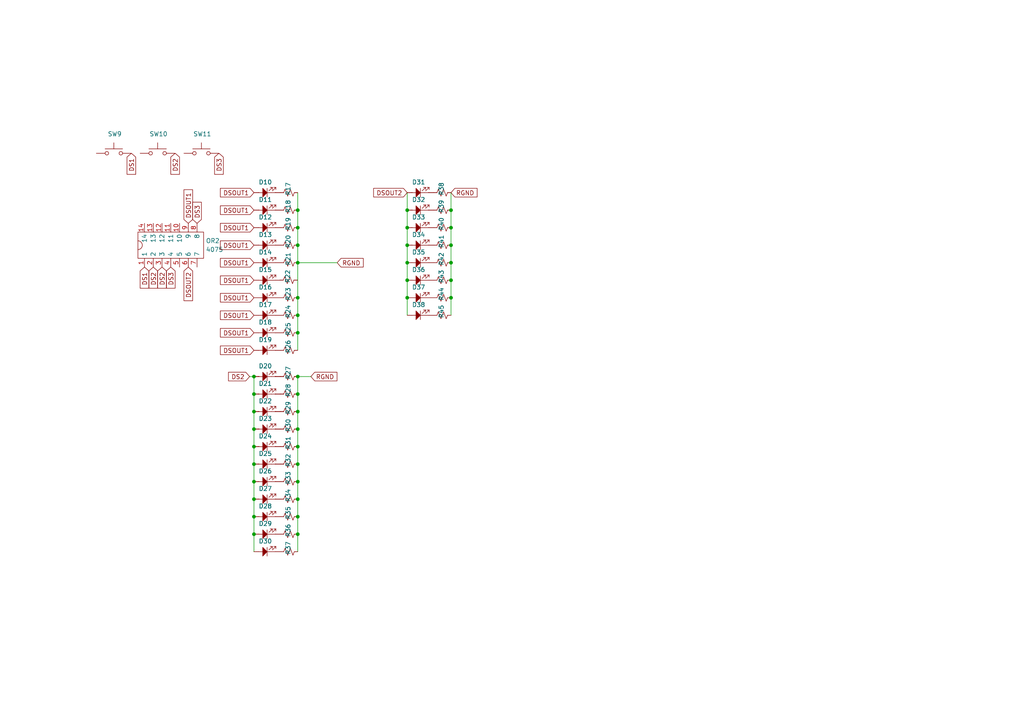
<source format=kicad_sch>
(kicad_sch
	(version 20231120)
	(generator "eeschema")
	(generator_version "8.0")
	(uuid "4c4b3bd7-b2d7-40ef-8c4c-46d638c48448")
	(paper "A4")
	(lib_symbols
		(symbol "Device:R_Small_US"
			(pin_numbers hide)
			(pin_names
				(offset 0.254) hide)
			(exclude_from_sim no)
			(in_bom yes)
			(on_board yes)
			(property "Reference" "R"
				(at 0.762 0.508 0)
				(effects
					(font
						(size 1.27 1.27)
					)
					(justify left)
				)
			)
			(property "Value" "R_Small_US"
				(at 0.762 -1.016 0)
				(effects
					(font
						(size 1.27 1.27)
					)
					(justify left)
				)
			)
			(property "Footprint" ""
				(at 0 0 0)
				(effects
					(font
						(size 1.27 1.27)
					)
					(hide yes)
				)
			)
			(property "Datasheet" "~"
				(at 0 0 0)
				(effects
					(font
						(size 1.27 1.27)
					)
					(hide yes)
				)
			)
			(property "Description" "Resistor, small US symbol"
				(at 0 0 0)
				(effects
					(font
						(size 1.27 1.27)
					)
					(hide yes)
				)
			)
			(property "ki_keywords" "r resistor"
				(at 0 0 0)
				(effects
					(font
						(size 1.27 1.27)
					)
					(hide yes)
				)
			)
			(property "ki_fp_filters" "R_*"
				(at 0 0 0)
				(effects
					(font
						(size 1.27 1.27)
					)
					(hide yes)
				)
			)
			(symbol "R_Small_US_1_1"
				(polyline
					(pts
						(xy 0 0) (xy 1.016 -0.381) (xy 0 -0.762) (xy -1.016 -1.143) (xy 0 -1.524)
					)
					(stroke
						(width 0)
						(type default)
					)
					(fill
						(type none)
					)
				)
				(polyline
					(pts
						(xy 0 1.524) (xy 1.016 1.143) (xy 0 0.762) (xy -1.016 0.381) (xy 0 0)
					)
					(stroke
						(width 0)
						(type default)
					)
					(fill
						(type none)
					)
				)
				(pin passive line
					(at 0 2.54 270)
					(length 1.016)
					(name "~"
						(effects
							(font
								(size 1.27 1.27)
							)
						)
					)
					(number "1"
						(effects
							(font
								(size 1.27 1.27)
							)
						)
					)
				)
				(pin passive line
					(at 0 -2.54 90)
					(length 1.016)
					(name "~"
						(effects
							(font
								(size 1.27 1.27)
							)
						)
					)
					(number "2"
						(effects
							(font
								(size 1.27 1.27)
							)
						)
					)
				)
			)
		)
		(symbol "PCM_SL_Devices:IC_DIP_14"
			(exclude_from_sim no)
			(in_bom yes)
			(on_board yes)
			(property "Reference" "U"
				(at 0 13.335 0)
				(effects
					(font
						(size 1.27 1.27)
					)
				)
			)
			(property "Value" "IC_DIP_14"
				(at 0 11.43 0)
				(effects
					(font
						(size 1.27 1.27)
					)
				)
			)
			(property "Footprint" "Package_DIP:DIP-14_W7.62mm_LongPads"
				(at -1.27 -11.43 0)
				(effects
					(font
						(size 1.27 1.27)
					)
					(hide yes)
				)
			)
			(property "Datasheet" ""
				(at -1.27 6.35 0)
				(effects
					(font
						(size 1.27 1.27)
					)
					(hide yes)
				)
			)
			(property "Description" "Common IC, DIP-14 Package"
				(at 0 0 0)
				(effects
					(font
						(size 1.27 1.27)
					)
					(hide yes)
				)
			)
			(property "ki_keywords" "DIP Package"
				(at 0 0 0)
				(effects
					(font
						(size 1.27 1.27)
					)
					(hide yes)
				)
			)
			(property "ki_fp_filters" "Package_DIP:DIP-14_W7.62mm*"
				(at 0 0 0)
				(effects
					(font
						(size 1.27 1.27)
					)
					(hide yes)
				)
			)
			(symbol "IC_DIP_14_0_1"
				(rectangle
					(start -3.81 9.525)
					(end 3.81 -9.525)
					(stroke
						(width 0)
						(type default)
					)
					(fill
						(type none)
					)
				)
				(arc
					(start -1.27 9.5091)
					(mid 0 8.2549)
					(end 1.27 9.5091)
					(stroke
						(width 0)
						(type default)
					)
					(fill
						(type none)
					)
				)
			)
			(symbol "IC_DIP_14_1_1"
				(pin bidirectional line
					(at -6.35 7.62 0)
					(length 2.54)
					(name "1"
						(effects
							(font
								(size 1.27 1.27)
							)
						)
					)
					(number "1"
						(effects
							(font
								(size 1.27 1.27)
							)
						)
					)
				)
				(pin bidirectional line
					(at 6.35 -2.54 180)
					(length 2.54)
					(name "10"
						(effects
							(font
								(size 1.27 1.27)
							)
						)
					)
					(number "10"
						(effects
							(font
								(size 1.27 1.27)
							)
						)
					)
				)
				(pin bidirectional line
					(at 6.35 0 180)
					(length 2.54)
					(name "11"
						(effects
							(font
								(size 1.27 1.27)
							)
						)
					)
					(number "11"
						(effects
							(font
								(size 1.27 1.27)
							)
						)
					)
				)
				(pin bidirectional line
					(at 6.35 2.54 180)
					(length 2.54)
					(name "12"
						(effects
							(font
								(size 1.27 1.27)
							)
						)
					)
					(number "12"
						(effects
							(font
								(size 1.27 1.27)
							)
						)
					)
				)
				(pin bidirectional line
					(at 6.35 5.08 180)
					(length 2.54)
					(name "13"
						(effects
							(font
								(size 1.27 1.27)
							)
						)
					)
					(number "13"
						(effects
							(font
								(size 1.27 1.27)
							)
						)
					)
				)
				(pin bidirectional line
					(at 6.35 7.62 180)
					(length 2.54)
					(name "14"
						(effects
							(font
								(size 1.27 1.27)
							)
						)
					)
					(number "14"
						(effects
							(font
								(size 1.27 1.27)
							)
						)
					)
				)
				(pin bidirectional line
					(at -6.35 5.08 0)
					(length 2.54)
					(name "2"
						(effects
							(font
								(size 1.27 1.27)
							)
						)
					)
					(number "2"
						(effects
							(font
								(size 1.27 1.27)
							)
						)
					)
				)
				(pin bidirectional line
					(at -6.35 2.54 0)
					(length 2.54)
					(name "3"
						(effects
							(font
								(size 1.27 1.27)
							)
						)
					)
					(number "3"
						(effects
							(font
								(size 1.27 1.27)
							)
						)
					)
				)
				(pin bidirectional line
					(at -6.35 0 0)
					(length 2.54)
					(name "4"
						(effects
							(font
								(size 1.27 1.27)
							)
						)
					)
					(number "4"
						(effects
							(font
								(size 1.27 1.27)
							)
						)
					)
				)
				(pin bidirectional line
					(at -6.35 -2.54 0)
					(length 2.54)
					(name "5"
						(effects
							(font
								(size 1.27 1.27)
							)
						)
					)
					(number "5"
						(effects
							(font
								(size 1.27 1.27)
							)
						)
					)
				)
				(pin bidirectional line
					(at -6.35 -5.08 0)
					(length 2.54)
					(name "6"
						(effects
							(font
								(size 1.27 1.27)
							)
						)
					)
					(number "6"
						(effects
							(font
								(size 1.27 1.27)
							)
						)
					)
				)
				(pin bidirectional line
					(at -6.35 -7.62 0)
					(length 2.54)
					(name "7"
						(effects
							(font
								(size 1.27 1.27)
							)
						)
					)
					(number "7"
						(effects
							(font
								(size 1.27 1.27)
							)
						)
					)
				)
				(pin bidirectional line
					(at 6.35 -7.62 180)
					(length 2.54)
					(name "8"
						(effects
							(font
								(size 1.27 1.27)
							)
						)
					)
					(number "8"
						(effects
							(font
								(size 1.27 1.27)
							)
						)
					)
				)
				(pin bidirectional line
					(at 6.35 -5.08 180)
					(length 2.54)
					(name "9"
						(effects
							(font
								(size 1.27 1.27)
							)
						)
					)
					(number "9"
						(effects
							(font
								(size 1.27 1.27)
							)
						)
					)
				)
			)
		)
		(symbol "PCM_SL_Devices:LED_5mm"
			(exclude_from_sim no)
			(in_bom yes)
			(on_board yes)
			(property "Reference" "D"
				(at -0.508 5.334 0)
				(effects
					(font
						(size 1.27 1.27)
					)
				)
			)
			(property "Value" "LED_5mm"
				(at -0.508 2.794 0)
				(effects
					(font
						(size 1.27 1.27)
					)
				)
			)
			(property "Footprint" "LED_THT:LED_D5.0mm"
				(at -1.016 -2.794 0)
				(effects
					(font
						(size 1.27 1.27)
					)
					(hide yes)
				)
			)
			(property "Datasheet" ""
				(at -1.27 0 0)
				(effects
					(font
						(size 1.27 1.27)
					)
					(hide yes)
				)
			)
			(property "Description" "Common 5mm diameter LED"
				(at 0 0 0)
				(effects
					(font
						(size 1.27 1.27)
					)
					(hide yes)
				)
			)
			(property "ki_fp_filters" "LED_D5.0mm_Clear LED_D5.0mm_Horizontal_O1.27mm_Z3.0mm LED_D5.0mm_Horizontal_O3.81mm_Z3.0mm LED_D5.0mm_Horizontal_O6.35mm_Z3.0mm"
				(at 0 0 0)
				(effects
					(font
						(size 1.27 1.27)
					)
					(hide yes)
				)
			)
			(symbol "LED_5mm_0_1"
				(polyline
					(pts
						(xy -1.27 0) (xy -2.54 0)
					)
					(stroke
						(width 0)
						(type default)
					)
					(fill
						(type none)
					)
				)
				(polyline
					(pts
						(xy 0 1.27) (xy 0 -1.27)
					)
					(stroke
						(width 0)
						(type default)
					)
					(fill
						(type none)
					)
				)
				(polyline
					(pts
						(xy 0.508 0.508) (xy 1.524 1.524)
					)
					(stroke
						(width 0)
						(type default)
					)
					(fill
						(type none)
					)
				)
				(polyline
					(pts
						(xy 1.27 0) (xy 2.54 0)
					)
					(stroke
						(width 0)
						(type default)
					)
					(fill
						(type none)
					)
				)
				(polyline
					(pts
						(xy 1.524 0.508) (xy 2.54 1.524)
					)
					(stroke
						(width 0)
						(type default)
					)
					(fill
						(type none)
					)
				)
				(polyline
					(pts
						(xy 1.524 1.524) (xy 0.889 1.524)
					)
					(stroke
						(width 0)
						(type default)
					)
					(fill
						(type none)
					)
				)
				(polyline
					(pts
						(xy 1.524 1.524) (xy 1.524 0.889)
					)
					(stroke
						(width 0)
						(type default)
					)
					(fill
						(type none)
					)
				)
				(polyline
					(pts
						(xy 2.54 1.524) (xy 1.905 1.524)
					)
					(stroke
						(width 0)
						(type default)
					)
					(fill
						(type none)
					)
				)
				(polyline
					(pts
						(xy 2.54 1.524) (xy 2.54 0.889)
					)
					(stroke
						(width 0)
						(type default)
					)
					(fill
						(type none)
					)
				)
				(polyline
					(pts
						(xy 0 0) (xy -1.27 -1.27) (xy -1.27 1.27) (xy 0 0) (xy 1.27 0)
					)
					(stroke
						(width 0)
						(type default)
					)
					(fill
						(type outline)
					)
				)
			)
			(symbol "LED_5mm_1_1"
				(pin passive line
					(at 3.81 0 180)
					(length 1.5)
					(name "~"
						(effects
							(font
								(size 1.27 1.27)
							)
						)
					)
					(number "1"
						(effects
							(font
								(size 0 0)
							)
						)
					)
				)
				(pin passive line
					(at -3.81 0 0)
					(length 1.5)
					(name ""
						(effects
							(font
								(size 1.27 1.27)
							)
						)
					)
					(number "2"
						(effects
							(font
								(size 0 0)
							)
						)
					)
				)
			)
		)
		(symbol "Switch:SW_Push"
			(pin_numbers hide)
			(pin_names
				(offset 1.016) hide)
			(exclude_from_sim no)
			(in_bom yes)
			(on_board yes)
			(property "Reference" "SW"
				(at 1.27 2.54 0)
				(effects
					(font
						(size 1.27 1.27)
					)
					(justify left)
				)
			)
			(property "Value" "SW_Push"
				(at 0 -1.524 0)
				(effects
					(font
						(size 1.27 1.27)
					)
				)
			)
			(property "Footprint" ""
				(at 0 5.08 0)
				(effects
					(font
						(size 1.27 1.27)
					)
					(hide yes)
				)
			)
			(property "Datasheet" "~"
				(at 0 5.08 0)
				(effects
					(font
						(size 1.27 1.27)
					)
					(hide yes)
				)
			)
			(property "Description" "Push button switch, generic, two pins"
				(at 0 0 0)
				(effects
					(font
						(size 1.27 1.27)
					)
					(hide yes)
				)
			)
			(property "ki_keywords" "switch normally-open pushbutton push-button"
				(at 0 0 0)
				(effects
					(font
						(size 1.27 1.27)
					)
					(hide yes)
				)
			)
			(symbol "SW_Push_0_1"
				(circle
					(center -2.032 0)
					(radius 0.508)
					(stroke
						(width 0)
						(type default)
					)
					(fill
						(type none)
					)
				)
				(polyline
					(pts
						(xy 0 1.27) (xy 0 3.048)
					)
					(stroke
						(width 0)
						(type default)
					)
					(fill
						(type none)
					)
				)
				(polyline
					(pts
						(xy 2.54 1.27) (xy -2.54 1.27)
					)
					(stroke
						(width 0)
						(type default)
					)
					(fill
						(type none)
					)
				)
				(circle
					(center 2.032 0)
					(radius 0.508)
					(stroke
						(width 0)
						(type default)
					)
					(fill
						(type none)
					)
				)
				(pin passive line
					(at -5.08 0 0)
					(length 2.54)
					(name "1"
						(effects
							(font
								(size 1.27 1.27)
							)
						)
					)
					(number "1"
						(effects
							(font
								(size 1.27 1.27)
							)
						)
					)
				)
				(pin passive line
					(at 5.08 0 180)
					(length 2.54)
					(name "2"
						(effects
							(font
								(size 1.27 1.27)
							)
						)
					)
					(number "2"
						(effects
							(font
								(size 1.27 1.27)
							)
						)
					)
				)
			)
		)
	)
	(junction
		(at 118.11 76.2)
		(diameter 0)
		(color 0 0 0 0)
		(uuid "02416090-0573-47ff-ba05-00c5a700c078")
	)
	(junction
		(at 86.36 139.7)
		(diameter 0)
		(color 0 0 0 0)
		(uuid "030fcb2c-e199-4259-9b22-9a0ac50fe1ad")
	)
	(junction
		(at 86.36 124.46)
		(diameter 0)
		(color 0 0 0 0)
		(uuid "0542d00d-2d9c-440d-81a5-39a948deff98")
	)
	(junction
		(at 73.66 154.94)
		(diameter 0)
		(color 0 0 0 0)
		(uuid "0f1795d0-f3fa-439d-a62c-65f812066a5f")
	)
	(junction
		(at 130.81 81.28)
		(diameter 0)
		(color 0 0 0 0)
		(uuid "196974f5-1e8d-40af-a18f-76aeba1c8d6e")
	)
	(junction
		(at 118.11 86.36)
		(diameter 0)
		(color 0 0 0 0)
		(uuid "30910448-5a81-4c91-9669-9b3f365ee241")
	)
	(junction
		(at 73.66 129.54)
		(diameter 0)
		(color 0 0 0 0)
		(uuid "3801fd9b-0319-4b3f-a8bb-1ffb346e44b8")
	)
	(junction
		(at 86.36 119.38)
		(diameter 0)
		(color 0 0 0 0)
		(uuid "44e5e8ca-0eba-4cba-bf0d-c69736da50be")
	)
	(junction
		(at 73.66 139.7)
		(diameter 0)
		(color 0 0 0 0)
		(uuid "54903810-1889-440d-ad3b-9e3a7ca866e2")
	)
	(junction
		(at 73.66 109.22)
		(diameter 0)
		(color 0 0 0 0)
		(uuid "54d74bf8-1ae9-458a-9ac5-929a98cc7dad")
	)
	(junction
		(at 86.36 96.52)
		(diameter 0)
		(color 0 0 0 0)
		(uuid "5766f136-a4fd-4874-ad04-b69c1c714fd3")
	)
	(junction
		(at 86.36 60.96)
		(diameter 0)
		(color 0 0 0 0)
		(uuid "6d018801-7ae8-4c47-b1ba-b3b1a750fc0e")
	)
	(junction
		(at 130.81 86.36)
		(diameter 0)
		(color 0 0 0 0)
		(uuid "7d71b072-900d-4ed4-b61f-0c983537bdab")
	)
	(junction
		(at 73.66 149.86)
		(diameter 0)
		(color 0 0 0 0)
		(uuid "8294f698-dc37-4d48-8669-6ee61b240e5f")
	)
	(junction
		(at 73.66 119.38)
		(diameter 0)
		(color 0 0 0 0)
		(uuid "86ba6952-4d4b-4125-aaf6-55e1b1bca68c")
	)
	(junction
		(at 118.11 60.96)
		(diameter 0)
		(color 0 0 0 0)
		(uuid "889b7084-b45d-4f22-9507-b2ae690b09bc")
	)
	(junction
		(at 118.11 81.28)
		(diameter 0)
		(color 0 0 0 0)
		(uuid "8a166dbf-5684-4e23-8b44-425e8ad321f1")
	)
	(junction
		(at 86.36 71.12)
		(diameter 0)
		(color 0 0 0 0)
		(uuid "8a593432-3969-430a-aa6a-0ad367fc77e5")
	)
	(junction
		(at 86.36 76.2)
		(diameter 0)
		(color 0 0 0 0)
		(uuid "8c7c6819-4b77-4da3-979c-f1dd1406f9e4")
	)
	(junction
		(at 86.36 144.78)
		(diameter 0)
		(color 0 0 0 0)
		(uuid "912bae94-5c2f-491c-ac8a-dd27ebc452d2")
	)
	(junction
		(at 86.36 91.44)
		(diameter 0)
		(color 0 0 0 0)
		(uuid "98136dd8-6d49-49e8-a849-8c0f879870be")
	)
	(junction
		(at 86.36 129.54)
		(diameter 0)
		(color 0 0 0 0)
		(uuid "9b3df5b6-639f-44a4-b8b1-1f7fd661644b")
	)
	(junction
		(at 86.36 149.86)
		(diameter 0)
		(color 0 0 0 0)
		(uuid "9bde2b49-5d69-4ae5-bc81-27bbb975499d")
	)
	(junction
		(at 118.11 71.12)
		(diameter 0)
		(color 0 0 0 0)
		(uuid "9f81fd1a-a852-4ec7-8e23-88f9f52f03e3")
	)
	(junction
		(at 86.36 154.94)
		(diameter 0)
		(color 0 0 0 0)
		(uuid "a3e44582-fc1f-4373-b191-4e0eb6329a61")
	)
	(junction
		(at 73.66 114.3)
		(diameter 0)
		(color 0 0 0 0)
		(uuid "a69d5781-c52a-4e2e-b599-659e270fa18c")
	)
	(junction
		(at 86.36 66.04)
		(diameter 0)
		(color 0 0 0 0)
		(uuid "b1362637-ae77-4c29-b2b5-5adf7a59d6c3")
	)
	(junction
		(at 86.36 109.22)
		(diameter 0)
		(color 0 0 0 0)
		(uuid "b84e9fdc-0d80-4308-901e-63c76ef7b792")
	)
	(junction
		(at 86.36 134.62)
		(diameter 0)
		(color 0 0 0 0)
		(uuid "b8d8a55c-c209-435d-891f-da65082f7f1f")
	)
	(junction
		(at 86.36 114.3)
		(diameter 0)
		(color 0 0 0 0)
		(uuid "c331ce42-9e82-4e63-a33c-7e0818e67cf0")
	)
	(junction
		(at 130.81 71.12)
		(diameter 0)
		(color 0 0 0 0)
		(uuid "c561aed0-9f69-4a94-a3d6-30aea767e9f8")
	)
	(junction
		(at 130.81 60.96)
		(diameter 0)
		(color 0 0 0 0)
		(uuid "c70cbf35-2286-47f3-9dbe-6b8a54a3c769")
	)
	(junction
		(at 118.11 66.04)
		(diameter 0)
		(color 0 0 0 0)
		(uuid "cc56878b-e8d6-4d65-a6f6-a40b239d021a")
	)
	(junction
		(at 130.81 66.04)
		(diameter 0)
		(color 0 0 0 0)
		(uuid "d05a503f-9240-467f-8818-bf6500a5667d")
	)
	(junction
		(at 73.66 144.78)
		(diameter 0)
		(color 0 0 0 0)
		(uuid "dd29ad35-11dd-45fd-93f4-cf0c4bba7394")
	)
	(junction
		(at 86.36 86.36)
		(diameter 0)
		(color 0 0 0 0)
		(uuid "e0d762de-044a-45e3-85ae-f6f4a442bbde")
	)
	(junction
		(at 130.81 76.2)
		(diameter 0)
		(color 0 0 0 0)
		(uuid "ea6e107c-a7a2-40cc-a111-08bc099236a9")
	)
	(junction
		(at 73.66 124.46)
		(diameter 0)
		(color 0 0 0 0)
		(uuid "f1865c39-0ff8-468c-bbca-ff3826bfb4ab")
	)
	(junction
		(at 73.66 134.62)
		(diameter 0)
		(color 0 0 0 0)
		(uuid "fa2a122d-a383-48b2-a401-e324317873f8")
	)
	(wire
		(pts
			(xy 118.11 55.88) (xy 118.11 60.96)
		)
		(stroke
			(width 0)
			(type default)
		)
		(uuid "027e358e-03fd-419f-8ca8-c13d90ce24bd")
	)
	(wire
		(pts
			(xy 130.81 66.04) (xy 130.81 71.12)
		)
		(stroke
			(width 0)
			(type default)
		)
		(uuid "028912ff-2d36-48d7-a25f-8c148981dba0")
	)
	(wire
		(pts
			(xy 86.36 71.12) (xy 86.36 76.2)
		)
		(stroke
			(width 0)
			(type default)
		)
		(uuid "087fe74b-a793-4d48-ba10-aec43ea82b39")
	)
	(wire
		(pts
			(xy 118.11 81.28) (xy 118.11 86.36)
		)
		(stroke
			(width 0)
			(type default)
		)
		(uuid "113c35a3-076f-4cff-b964-4cea416382fe")
	)
	(wire
		(pts
			(xy 86.36 109.22) (xy 90.17 109.22)
		)
		(stroke
			(width 0)
			(type default)
		)
		(uuid "154ecad3-80dc-4655-bf03-546942dce857")
	)
	(wire
		(pts
			(xy 73.66 119.38) (xy 73.66 124.46)
		)
		(stroke
			(width 0)
			(type default)
		)
		(uuid "2081da86-41f6-400a-bebf-3c12b82fb62b")
	)
	(wire
		(pts
			(xy 86.36 114.3) (xy 86.36 119.38)
		)
		(stroke
			(width 0)
			(type default)
		)
		(uuid "2605f859-6896-4969-8bb7-f77265b0a0bd")
	)
	(wire
		(pts
			(xy 130.81 76.2) (xy 130.81 81.28)
		)
		(stroke
			(width 0)
			(type default)
		)
		(uuid "28e22401-2d04-4ea6-9705-1ffb188563c6")
	)
	(wire
		(pts
			(xy 73.66 144.78) (xy 73.66 149.86)
		)
		(stroke
			(width 0)
			(type default)
		)
		(uuid "2f3f0eca-5819-47bc-821d-a2acded2c4ab")
	)
	(wire
		(pts
			(xy 86.36 119.38) (xy 86.36 124.46)
		)
		(stroke
			(width 0)
			(type default)
		)
		(uuid "2f64d938-a3c7-40bb-8b5e-de2770eda5b4")
	)
	(wire
		(pts
			(xy 73.66 139.7) (xy 73.66 144.78)
		)
		(stroke
			(width 0)
			(type default)
		)
		(uuid "36c973f1-0a14-46f3-942e-71375061ae18")
	)
	(wire
		(pts
			(xy 86.36 149.86) (xy 86.36 154.94)
		)
		(stroke
			(width 0)
			(type default)
		)
		(uuid "37903635-bf74-4aa7-9f58-38500bf694b3")
	)
	(wire
		(pts
			(xy 86.36 66.04) (xy 86.36 71.12)
		)
		(stroke
			(width 0)
			(type default)
		)
		(uuid "38140e51-7ffe-4543-9799-f19605414aa4")
	)
	(wire
		(pts
			(xy 130.81 86.36) (xy 130.81 91.44)
		)
		(stroke
			(width 0)
			(type default)
		)
		(uuid "381e340c-923a-4876-b93e-9ca2a8ace0fb")
	)
	(wire
		(pts
			(xy 86.36 134.62) (xy 86.36 139.7)
		)
		(stroke
			(width 0)
			(type default)
		)
		(uuid "3a7fb941-25e0-4abf-a68a-b877df3790bc")
	)
	(wire
		(pts
			(xy 118.11 86.36) (xy 118.11 91.44)
		)
		(stroke
			(width 0)
			(type default)
		)
		(uuid "48d03fb0-07df-4dbd-9bb2-b9f239761e0c")
	)
	(wire
		(pts
			(xy 86.36 109.22) (xy 86.36 114.3)
		)
		(stroke
			(width 0)
			(type default)
		)
		(uuid "4923ed9a-20bf-4630-aedf-265f40e88566")
	)
	(wire
		(pts
			(xy 86.36 124.46) (xy 86.36 129.54)
		)
		(stroke
			(width 0)
			(type default)
		)
		(uuid "4aca38f8-a80e-413c-ac28-05fddbb9df86")
	)
	(wire
		(pts
			(xy 130.81 81.28) (xy 130.81 86.36)
		)
		(stroke
			(width 0)
			(type default)
		)
		(uuid "4f525df3-460a-44a3-9f61-85ae1c71584e")
	)
	(wire
		(pts
			(xy 86.36 144.78) (xy 86.36 149.86)
		)
		(stroke
			(width 0)
			(type default)
		)
		(uuid "504a1371-9cfe-4a18-9d8e-2aa94b1870e5")
	)
	(wire
		(pts
			(xy 130.81 55.88) (xy 130.81 60.96)
		)
		(stroke
			(width 0)
			(type default)
		)
		(uuid "5a93515e-e37a-4590-b67b-c2e3d0148d64")
	)
	(wire
		(pts
			(xy 86.36 154.94) (xy 86.36 160.02)
		)
		(stroke
			(width 0)
			(type default)
		)
		(uuid "6ffe61a2-2d4b-4422-8543-be9bd8811198")
	)
	(wire
		(pts
			(xy 73.66 134.62) (xy 73.66 139.7)
		)
		(stroke
			(width 0)
			(type default)
		)
		(uuid "79138a1d-1e2a-4660-9503-c637326dfbde")
	)
	(wire
		(pts
			(xy 130.81 60.96) (xy 130.81 66.04)
		)
		(stroke
			(width 0)
			(type default)
		)
		(uuid "7f7dd036-81f0-48a8-88b2-cb48232ac415")
	)
	(wire
		(pts
			(xy 86.36 129.54) (xy 86.36 134.62)
		)
		(stroke
			(width 0)
			(type default)
		)
		(uuid "82a5c2ba-1c53-4b63-b0d0-786b9b1be912")
	)
	(wire
		(pts
			(xy 73.66 129.54) (xy 73.66 134.62)
		)
		(stroke
			(width 0)
			(type default)
		)
		(uuid "84762cc1-42b8-4d5b-84ca-3a6f087f3118")
	)
	(wire
		(pts
			(xy 86.36 60.96) (xy 86.36 66.04)
		)
		(stroke
			(width 0)
			(type default)
		)
		(uuid "8862c0b9-c62b-4474-a6f8-78570db0ca6d")
	)
	(wire
		(pts
			(xy 130.81 71.12) (xy 130.81 76.2)
		)
		(stroke
			(width 0)
			(type default)
		)
		(uuid "88646cf2-3b62-49c4-97f2-6ba14a28d12c")
	)
	(wire
		(pts
			(xy 86.36 76.2) (xy 97.79 76.2)
		)
		(stroke
			(width 0)
			(type default)
		)
		(uuid "9a686e5c-0f91-41ac-bc1d-a2e4dff9c06e")
	)
	(wire
		(pts
			(xy 118.11 71.12) (xy 118.11 76.2)
		)
		(stroke
			(width 0)
			(type default)
		)
		(uuid "9bfbdb1e-1d55-43c2-a04d-812b785e91f5")
	)
	(wire
		(pts
			(xy 86.36 96.52) (xy 86.36 101.6)
		)
		(stroke
			(width 0)
			(type default)
		)
		(uuid "9f47aa86-3265-4ca3-b42f-ab537e8e3b1b")
	)
	(wire
		(pts
			(xy 118.11 76.2) (xy 118.11 81.28)
		)
		(stroke
			(width 0)
			(type default)
		)
		(uuid "a5a7de9c-e2a4-43f6-bf4f-f627a4707e46")
	)
	(wire
		(pts
			(xy 86.36 91.44) (xy 86.36 96.52)
		)
		(stroke
			(width 0)
			(type default)
		)
		(uuid "a99fb0ae-aba0-460d-9d12-1ac62e226a72")
	)
	(wire
		(pts
			(xy 118.11 66.04) (xy 118.11 71.12)
		)
		(stroke
			(width 0)
			(type default)
		)
		(uuid "b23b062c-b034-46eb-bc66-46e5ceba197b")
	)
	(wire
		(pts
			(xy 73.66 109.22) (xy 73.66 114.3)
		)
		(stroke
			(width 0)
			(type default)
		)
		(uuid "b9e0bd0f-088a-4eb6-acf5-b79dcad53be1")
	)
	(wire
		(pts
			(xy 73.66 124.46) (xy 73.66 129.54)
		)
		(stroke
			(width 0)
			(type default)
		)
		(uuid "bd98ccc7-c202-4fdb-ad0c-bc673c853f2b")
	)
	(wire
		(pts
			(xy 118.11 60.96) (xy 118.11 66.04)
		)
		(stroke
			(width 0)
			(type default)
		)
		(uuid "c07416cf-0678-4e2f-806c-d0a9ed80ba09")
	)
	(wire
		(pts
			(xy 86.36 139.7) (xy 86.36 144.78)
		)
		(stroke
			(width 0)
			(type default)
		)
		(uuid "cb908bde-c1e0-4b35-9704-41dcd8765086")
	)
	(wire
		(pts
			(xy 86.36 76.2) (xy 86.36 86.36)
		)
		(stroke
			(width 0)
			(type default)
		)
		(uuid "d83b91b2-bb14-46cc-b58c-de4357153bfb")
	)
	(wire
		(pts
			(xy 73.66 149.86) (xy 73.66 154.94)
		)
		(stroke
			(width 0)
			(type default)
		)
		(uuid "f0bbd006-f743-48e3-826e-cb50ef399312")
	)
	(wire
		(pts
			(xy 86.36 86.36) (xy 86.36 91.44)
		)
		(stroke
			(width 0)
			(type default)
		)
		(uuid "f490922a-75c3-4916-b345-54fd4252f83d")
	)
	(wire
		(pts
			(xy 73.66 154.94) (xy 73.66 160.02)
		)
		(stroke
			(width 0)
			(type default)
		)
		(uuid "f8f8173c-249f-4adc-a762-af402930fb1a")
	)
	(wire
		(pts
			(xy 86.36 55.88) (xy 86.36 60.96)
		)
		(stroke
			(width 0)
			(type default)
		)
		(uuid "fa9eaf77-f4f9-4f4c-bda3-10a9907773fd")
	)
	(wire
		(pts
			(xy 72.39 109.22) (xy 73.66 109.22)
		)
		(stroke
			(width 0)
			(type default)
		)
		(uuid "fb334655-60dd-4141-b02a-e82a65d6f484")
	)
	(wire
		(pts
			(xy 73.66 114.3) (xy 73.66 119.38)
		)
		(stroke
			(width 0)
			(type default)
		)
		(uuid "fe80c117-2d6e-4132-960e-340b0361c85c")
	)
	(global_label "DSOUT1"
		(shape input)
		(at 73.66 66.04 180)
		(fields_autoplaced yes)
		(effects
			(font
				(size 1.27 1.27)
			)
			(justify right)
		)
		(uuid "0293cdec-74ee-42a2-b064-42691c5b0f40")
		(property "Intersheetrefs" "${INTERSHEET_REFS}"
			(at 63.3572 66.04 0)
			(effects
				(font
					(size 1.27 1.27)
				)
				(justify right)
				(hide yes)
			)
		)
	)
	(global_label "DSOUT1"
		(shape input)
		(at 73.66 101.6 180)
		(fields_autoplaced yes)
		(effects
			(font
				(size 1.27 1.27)
			)
			(justify right)
		)
		(uuid "0341fdf5-7387-4b2d-af52-d6965526b1a4")
		(property "Intersheetrefs" "${INTERSHEET_REFS}"
			(at 63.3572 101.6 0)
			(effects
				(font
					(size 1.27 1.27)
				)
				(justify right)
				(hide yes)
			)
		)
	)
	(global_label "DS2"
		(shape input)
		(at 46.99 77.47 270)
		(fields_autoplaced yes)
		(effects
			(font
				(size 1.27 1.27)
			)
			(justify right)
		)
		(uuid "16fea059-8820-42c5-a83c-9953e6ebf94c")
		(property "Intersheetrefs" "${INTERSHEET_REFS}"
			(at 46.99 84.1442 90)
			(effects
				(font
					(size 1.27 1.27)
				)
				(justify right)
				(hide yes)
			)
		)
	)
	(global_label "RGND"
		(shape input)
		(at 90.17 109.22 0)
		(fields_autoplaced yes)
		(effects
			(font
				(size 1.27 1.27)
			)
			(justify left)
		)
		(uuid "1d3ca0fd-eef7-4545-990f-625c73632569")
		(property "Intersheetrefs" "${INTERSHEET_REFS}"
			(at 98.2957 109.22 0)
			(effects
				(font
					(size 1.27 1.27)
				)
				(justify left)
				(hide yes)
			)
		)
	)
	(global_label "RGND"
		(shape input)
		(at 130.81 55.88 0)
		(fields_autoplaced yes)
		(effects
			(font
				(size 1.27 1.27)
			)
			(justify left)
		)
		(uuid "245867fe-e061-49df-9f0e-1e71fe1313a3")
		(property "Intersheetrefs" "${INTERSHEET_REFS}"
			(at 138.9357 55.88 0)
			(effects
				(font
					(size 1.27 1.27)
				)
				(justify left)
				(hide yes)
			)
		)
	)
	(global_label "DS3"
		(shape input)
		(at 57.15 64.77 90)
		(fields_autoplaced yes)
		(effects
			(font
				(size 1.27 1.27)
			)
			(justify left)
		)
		(uuid "2587a1cb-06c8-4741-b57c-a5c37a635cf0")
		(property "Intersheetrefs" "${INTERSHEET_REFS}"
			(at 57.15 58.0958 90)
			(effects
				(font
					(size 1.27 1.27)
				)
				(justify left)
				(hide yes)
			)
		)
	)
	(global_label "DSOUT1"
		(shape input)
		(at 73.66 81.28 180)
		(fields_autoplaced yes)
		(effects
			(font
				(size 1.27 1.27)
			)
			(justify right)
		)
		(uuid "2dd294a0-51da-402f-9deb-16ddb04ecc39")
		(property "Intersheetrefs" "${INTERSHEET_REFS}"
			(at 63.3572 81.28 0)
			(effects
				(font
					(size 1.27 1.27)
				)
				(justify right)
				(hide yes)
			)
		)
	)
	(global_label "DSOUT1"
		(shape input)
		(at 73.66 55.88 180)
		(fields_autoplaced yes)
		(effects
			(font
				(size 1.27 1.27)
			)
			(justify right)
		)
		(uuid "33899fa2-aa1c-4e94-bac2-fa869c98dab2")
		(property "Intersheetrefs" "${INTERSHEET_REFS}"
			(at 63.3572 55.88 0)
			(effects
				(font
					(size 1.27 1.27)
				)
				(justify right)
				(hide yes)
			)
		)
	)
	(global_label "DSOUT1"
		(shape input)
		(at 73.66 86.36 180)
		(fields_autoplaced yes)
		(effects
			(font
				(size 1.27 1.27)
			)
			(justify right)
		)
		(uuid "44dbba2d-98e4-4095-887b-a8f74aa703d1")
		(property "Intersheetrefs" "${INTERSHEET_REFS}"
			(at 63.3572 86.36 0)
			(effects
				(font
					(size 1.27 1.27)
				)
				(justify right)
				(hide yes)
			)
		)
	)
	(global_label "DSOUT1"
		(shape input)
		(at 73.66 96.52 180)
		(fields_autoplaced yes)
		(effects
			(font
				(size 1.27 1.27)
			)
			(justify right)
		)
		(uuid "533d51cb-e9db-48c7-870c-d361ca12b7bf")
		(property "Intersheetrefs" "${INTERSHEET_REFS}"
			(at 63.3572 96.52 0)
			(effects
				(font
					(size 1.27 1.27)
				)
				(justify right)
				(hide yes)
			)
		)
	)
	(global_label "DS3"
		(shape input)
		(at 63.5 44.45 270)
		(fields_autoplaced yes)
		(effects
			(font
				(size 1.27 1.27)
			)
			(justify right)
		)
		(uuid "552fe3bb-ed4e-4929-bf3d-0ebaaf2cd6bb")
		(property "Intersheetrefs" "${INTERSHEET_REFS}"
			(at 63.5 51.1242 90)
			(effects
				(font
					(size 1.27 1.27)
				)
				(justify right)
				(hide yes)
			)
		)
	)
	(global_label "DSOUT1"
		(shape input)
		(at 54.61 64.77 90)
		(fields_autoplaced yes)
		(effects
			(font
				(size 1.27 1.27)
			)
			(justify left)
		)
		(uuid "5f0cf732-ce34-47c8-b548-e46ae2efdab0")
		(property "Intersheetrefs" "${INTERSHEET_REFS}"
			(at 54.61 54.4672 90)
			(effects
				(font
					(size 1.27 1.27)
				)
				(justify left)
				(hide yes)
			)
		)
	)
	(global_label "DSOUT1"
		(shape input)
		(at 73.66 91.44 180)
		(fields_autoplaced yes)
		(effects
			(font
				(size 1.27 1.27)
			)
			(justify right)
		)
		(uuid "63bed5c2-42d1-47c5-9972-26b7cd8db5ca")
		(property "Intersheetrefs" "${INTERSHEET_REFS}"
			(at 63.3572 91.44 0)
			(effects
				(font
					(size 1.27 1.27)
				)
				(justify right)
				(hide yes)
			)
		)
	)
	(global_label "DSOUT1"
		(shape input)
		(at 73.66 76.2 180)
		(fields_autoplaced yes)
		(effects
			(font
				(size 1.27 1.27)
			)
			(justify right)
		)
		(uuid "6829198f-5748-4049-9ddd-d4c131d923cc")
		(property "Intersheetrefs" "${INTERSHEET_REFS}"
			(at 63.3572 76.2 0)
			(effects
				(font
					(size 1.27 1.27)
				)
				(justify right)
				(hide yes)
			)
		)
	)
	(global_label "DS1"
		(shape input)
		(at 38.1 44.45 270)
		(fields_autoplaced yes)
		(effects
			(font
				(size 1.27 1.27)
			)
			(justify right)
		)
		(uuid "691e3b7f-4979-4df7-817f-0d577e850d5f")
		(property "Intersheetrefs" "${INTERSHEET_REFS}"
			(at 38.1 51.1242 90)
			(effects
				(font
					(size 1.27 1.27)
				)
				(justify right)
				(hide yes)
			)
		)
	)
	(global_label "RGND"
		(shape input)
		(at 97.79 76.2 0)
		(fields_autoplaced yes)
		(effects
			(font
				(size 1.27 1.27)
			)
			(justify left)
		)
		(uuid "70f39549-e49a-4ed4-ac86-e4c9a6f0da4b")
		(property "Intersheetrefs" "${INTERSHEET_REFS}"
			(at 105.9157 76.2 0)
			(effects
				(font
					(size 1.27 1.27)
				)
				(justify left)
				(hide yes)
			)
		)
	)
	(global_label "DS2"
		(shape input)
		(at 44.45 77.47 270)
		(fields_autoplaced yes)
		(effects
			(font
				(size 1.27 1.27)
			)
			(justify right)
		)
		(uuid "848e98be-dc95-4774-b4a4-2e74261922a9")
		(property "Intersheetrefs" "${INTERSHEET_REFS}"
			(at 44.45 84.1442 90)
			(effects
				(font
					(size 1.27 1.27)
				)
				(justify right)
				(hide yes)
			)
		)
	)
	(global_label "DS2"
		(shape input)
		(at 72.39 109.22 180)
		(fields_autoplaced yes)
		(effects
			(font
				(size 1.27 1.27)
			)
			(justify right)
		)
		(uuid "ae874891-37ee-4fde-a13c-372cc048dab9")
		(property "Intersheetrefs" "${INTERSHEET_REFS}"
			(at 65.7158 109.22 0)
			(effects
				(font
					(size 1.27 1.27)
				)
				(justify right)
				(hide yes)
			)
		)
	)
	(global_label "DS1"
		(shape input)
		(at 41.91 77.47 270)
		(fields_autoplaced yes)
		(effects
			(font
				(size 1.27 1.27)
			)
			(justify right)
		)
		(uuid "aeb5eef3-c596-4543-b268-def99b7a9976")
		(property "Intersheetrefs" "${INTERSHEET_REFS}"
			(at 41.91 84.1442 90)
			(effects
				(font
					(size 1.27 1.27)
				)
				(justify right)
				(hide yes)
			)
		)
	)
	(global_label "DSOUT1"
		(shape input)
		(at 73.66 71.12 180)
		(fields_autoplaced yes)
		(effects
			(font
				(size 1.27 1.27)
			)
			(justify right)
		)
		(uuid "b50f791a-1f61-45cc-888e-abde1fdb48a1")
		(property "Intersheetrefs" "${INTERSHEET_REFS}"
			(at 63.3572 71.12 0)
			(effects
				(font
					(size 1.27 1.27)
				)
				(justify right)
				(hide yes)
			)
		)
	)
	(global_label "DSOUT1"
		(shape input)
		(at 73.66 60.96 180)
		(fields_autoplaced yes)
		(effects
			(font
				(size 1.27 1.27)
			)
			(justify right)
		)
		(uuid "c9b5a28a-52bd-4bff-9bc9-06f6ded6fe22")
		(property "Intersheetrefs" "${INTERSHEET_REFS}"
			(at 63.3572 60.96 0)
			(effects
				(font
					(size 1.27 1.27)
				)
				(justify right)
				(hide yes)
			)
		)
	)
	(global_label "DS3"
		(shape input)
		(at 49.53 77.47 270)
		(fields_autoplaced yes)
		(effects
			(font
				(size 1.27 1.27)
			)
			(justify right)
		)
		(uuid "dc6c99a3-d66c-4311-a3f5-bdd7d7c73605")
		(property "Intersheetrefs" "${INTERSHEET_REFS}"
			(at 49.53 84.1442 90)
			(effects
				(font
					(size 1.27 1.27)
				)
				(justify right)
				(hide yes)
			)
		)
	)
	(global_label "DS2"
		(shape input)
		(at 50.8 44.45 270)
		(fields_autoplaced yes)
		(effects
			(font
				(size 1.27 1.27)
			)
			(justify right)
		)
		(uuid "ea02885f-5f92-461d-a26e-4e760c4fd85e")
		(property "Intersheetrefs" "${INTERSHEET_REFS}"
			(at 50.8 51.1242 90)
			(effects
				(font
					(size 1.27 1.27)
				)
				(justify right)
				(hide yes)
			)
		)
	)
	(global_label "DSOUT2"
		(shape input)
		(at 118.11 55.88 180)
		(fields_autoplaced yes)
		(effects
			(font
				(size 1.27 1.27)
			)
			(justify right)
		)
		(uuid "f0da67ca-5c32-47bf-8314-54f60883f9f1")
		(property "Intersheetrefs" "${INTERSHEET_REFS}"
			(at 107.8072 55.88 0)
			(effects
				(font
					(size 1.27 1.27)
				)
				(justify right)
				(hide yes)
			)
		)
	)
	(global_label "DSOUT2"
		(shape input)
		(at 54.61 77.47 270)
		(fields_autoplaced yes)
		(effects
			(font
				(size 1.27 1.27)
			)
			(justify right)
		)
		(uuid "f84d4075-cc5d-450b-8405-04193f082bee")
		(property "Intersheetrefs" "${INTERSHEET_REFS}"
			(at 54.61 87.7728 90)
			(effects
				(font
					(size 1.27 1.27)
				)
				(justify right)
				(hide yes)
			)
		)
	)
	(symbol
		(lib_id "Device:R_Small_US")
		(at 128.27 71.12 270)
		(unit 1)
		(exclude_from_sim no)
		(in_bom yes)
		(on_board yes)
		(dnp no)
		(uuid "0043bca5-2654-43a5-9b76-089a2c37c4ec")
		(property "Reference" "R41"
			(at 128.016 68.072 0)
			(effects
				(font
					(size 1.27 1.27)
				)
				(justify left)
			)
		)
		(property "Value" "R_Small_US"
			(at 127.0001 73.66 0)
			(effects
				(font
					(size 1.27 1.27)
				)
				(justify left)
				(hide yes)
			)
		)
		(property "Footprint" "Resistor_THT:R_Axial_DIN0207_L6.3mm_D2.5mm_P7.62mm_Horizontal"
			(at 128.27 71.12 0)
			(effects
				(font
					(size 1.27 1.27)
				)
				(hide yes)
			)
		)
		(property "Datasheet" "~"
			(at 128.27 71.12 0)
			(effects
				(font
					(size 1.27 1.27)
				)
				(hide yes)
			)
		)
		(property "Description" "Resistor, small US symbol"
			(at 128.27 71.12 0)
			(effects
				(font
					(size 1.27 1.27)
				)
				(hide yes)
			)
		)
		(pin "1"
			(uuid "edd80887-98d4-4458-a8e7-2a9acd1507d1")
		)
		(pin "2"
			(uuid "3a8ea7fc-fa46-4544-8608-d6325d65337b")
		)
		(instances
			(project "ROCK PAPER SCISSOR"
				(path "/a739ef74-a7d8-4025-8968-182d623c8cd5/094f1b3b-1d7d-4cc0-b9d3-ddbd1cbe1880"
					(reference "R41")
					(unit 1)
				)
			)
		)
	)
	(symbol
		(lib_id "PCM_SL_Devices:LED_5mm")
		(at 77.47 154.94 0)
		(unit 1)
		(exclude_from_sim no)
		(in_bom yes)
		(on_board yes)
		(dnp no)
		(uuid "03412872-b2fd-4983-bde4-be943d7d9be0")
		(property "Reference" "D29"
			(at 76.962 151.892 0)
			(effects
				(font
					(size 1.27 1.27)
				)
			)
		)
		(property "Value" "PLAYER2_WIN"
			(at 77.47 151.13 0)
			(effects
				(font
					(size 1.27 1.27)
				)
				(hide yes)
			)
		)
		(property "Footprint" "LED_THT:LED_D5.0mm"
			(at 76.454 157.734 0)
			(effects
				(font
					(size 1.27 1.27)
				)
				(hide yes)
			)
		)
		(property "Datasheet" ""
			(at 76.2 154.94 0)
			(effects
				(font
					(size 1.27 1.27)
				)
				(hide yes)
			)
		)
		(property "Description" "Common 5mm diameter LED"
			(at 77.47 154.94 0)
			(effects
				(font
					(size 1.27 1.27)
				)
				(hide yes)
			)
		)
		(pin "2"
			(uuid "998a5936-411b-4eb8-aa5e-045220b444d3")
		)
		(pin "1"
			(uuid "2dba3316-1446-41f3-9dea-9024c1eddd7d")
		)
		(instances
			(project "ROCK PAPER SCISSOR"
				(path "/a739ef74-a7d8-4025-8968-182d623c8cd5/094f1b3b-1d7d-4cc0-b9d3-ddbd1cbe1880"
					(reference "D29")
					(unit 1)
				)
			)
		)
	)
	(symbol
		(lib_id "Device:R_Small_US")
		(at 83.6977 81.2566 270)
		(unit 1)
		(exclude_from_sim no)
		(in_bom yes)
		(on_board yes)
		(dnp no)
		(uuid "07a1f433-08b6-40dc-b27d-24cb8e8acdd3")
		(property "Reference" "R22"
			(at 83.4437 78.2086 0)
			(effects
				(font
					(size 1.27 1.27)
				)
				(justify left)
			)
		)
		(property "Value" "R_Small_US"
			(at 82.4278 83.7966 0)
			(effects
				(font
					(size 1.27 1.27)
				)
				(justify left)
				(hide yes)
			)
		)
		(property "Footprint" "Resistor_THT:R_Axial_DIN0207_L6.3mm_D2.5mm_P7.62mm_Horizontal"
			(at 83.6977 81.2566 0)
			(effects
				(font
					(size 1.27 1.27)
				)
				(hide yes)
			)
		)
		(property "Datasheet" "~"
			(at 83.6977 81.2566 0)
			(effects
				(font
					(size 1.27 1.27)
				)
				(hide yes)
			)
		)
		(property "Description" "Resistor, small US symbol"
			(at 83.6977 81.2566 0)
			(effects
				(font
					(size 1.27 1.27)
				)
				(hide yes)
			)
		)
		(pin "1"
			(uuid "95877463-a39e-4c5c-8d59-a63ae78e9811")
		)
		(pin "2"
			(uuid "415c0b18-6fea-4062-8923-5188e2cf1b3f")
		)
		(instances
			(project "ROCK PAPER SCISSOR"
				(path "/a739ef74-a7d8-4025-8968-182d623c8cd5/094f1b3b-1d7d-4cc0-b9d3-ddbd1cbe1880"
					(reference "R22")
					(unit 1)
				)
			)
		)
	)
	(symbol
		(lib_id "PCM_SL_Devices:LED_5mm")
		(at 121.92 60.96 0)
		(unit 1)
		(exclude_from_sim no)
		(in_bom yes)
		(on_board yes)
		(dnp no)
		(uuid "13f49966-519f-48e0-90fa-4b65304d9baa")
		(property "Reference" "D32"
			(at 121.412 57.912 0)
			(effects
				(font
					(size 1.27 1.27)
				)
			)
		)
		(property "Value" "PLAYER2_WIN"
			(at 121.92 57.15 0)
			(effects
				(font
					(size 1.27 1.27)
				)
				(hide yes)
			)
		)
		(property "Footprint" "LED_THT:LED_D5.0mm"
			(at 120.904 63.754 0)
			(effects
				(font
					(size 1.27 1.27)
				)
				(hide yes)
			)
		)
		(property "Datasheet" ""
			(at 120.65 60.96 0)
			(effects
				(font
					(size 1.27 1.27)
				)
				(hide yes)
			)
		)
		(property "Description" "Common 5mm diameter LED"
			(at 121.92 60.96 0)
			(effects
				(font
					(size 1.27 1.27)
				)
				(hide yes)
			)
		)
		(pin "2"
			(uuid "aa47608f-6fb3-4e71-b3b0-17f8985201c0")
		)
		(pin "1"
			(uuid "823d1ab5-2a13-4208-a2df-b84ccfbd0745")
		)
		(instances
			(project "ROCK PAPER SCISSOR"
				(path "/a739ef74-a7d8-4025-8968-182d623c8cd5/094f1b3b-1d7d-4cc0-b9d3-ddbd1cbe1880"
					(reference "D32")
					(unit 1)
				)
			)
		)
	)
	(symbol
		(lib_id "PCM_SL_Devices:LED_5mm")
		(at 121.92 86.36 0)
		(unit 1)
		(exclude_from_sim no)
		(in_bom yes)
		(on_board yes)
		(dnp no)
		(uuid "19050983-fd80-4459-9c21-d29062e9d2f5")
		(property "Reference" "D37"
			(at 121.412 83.312 0)
			(effects
				(font
					(size 1.27 1.27)
				)
			)
		)
		(property "Value" "PLAYER2_WIN"
			(at 121.92 82.55 0)
			(effects
				(font
					(size 1.27 1.27)
				)
				(hide yes)
			)
		)
		(property "Footprint" "LED_THT:LED_D5.0mm"
			(at 120.904 89.154 0)
			(effects
				(font
					(size 1.27 1.27)
				)
				(hide yes)
			)
		)
		(property "Datasheet" ""
			(at 120.65 86.36 0)
			(effects
				(font
					(size 1.27 1.27)
				)
				(hide yes)
			)
		)
		(property "Description" "Common 5mm diameter LED"
			(at 121.92 86.36 0)
			(effects
				(font
					(size 1.27 1.27)
				)
				(hide yes)
			)
		)
		(pin "2"
			(uuid "cc91692f-3dc8-4ee5-9d2e-bf101b23c3c0")
		)
		(pin "1"
			(uuid "73bb4c2f-eac8-4a55-a1fe-bf8446751466")
		)
		(instances
			(project "ROCK PAPER SCISSOR"
				(path "/a739ef74-a7d8-4025-8968-182d623c8cd5/094f1b3b-1d7d-4cc0-b9d3-ddbd1cbe1880"
					(reference "D37")
					(unit 1)
				)
			)
		)
	)
	(symbol
		(lib_id "PCM_SL_Devices:LED_5mm")
		(at 77.47 149.86 0)
		(unit 1)
		(exclude_from_sim no)
		(in_bom yes)
		(on_board yes)
		(dnp no)
		(uuid "1b3aae3c-13e3-4e42-bc25-8f2cf281936c")
		(property "Reference" "D28"
			(at 76.962 146.812 0)
			(effects
				(font
					(size 1.27 1.27)
				)
			)
		)
		(property "Value" "PLAYER2_WIN"
			(at 77.47 146.05 0)
			(effects
				(font
					(size 1.27 1.27)
				)
				(hide yes)
			)
		)
		(property "Footprint" "LED_THT:LED_D5.0mm"
			(at 76.454 152.654 0)
			(effects
				(font
					(size 1.27 1.27)
				)
				(hide yes)
			)
		)
		(property "Datasheet" ""
			(at 76.2 149.86 0)
			(effects
				(font
					(size 1.27 1.27)
				)
				(hide yes)
			)
		)
		(property "Description" "Common 5mm diameter LED"
			(at 77.47 149.86 0)
			(effects
				(font
					(size 1.27 1.27)
				)
				(hide yes)
			)
		)
		(pin "2"
			(uuid "db1974a9-8892-45b3-a89b-871263f7ef8a")
		)
		(pin "1"
			(uuid "c162a042-1405-4f98-b6f5-cdac6cf7c531")
		)
		(instances
			(project "ROCK PAPER SCISSOR"
				(path "/a739ef74-a7d8-4025-8968-182d623c8cd5/094f1b3b-1d7d-4cc0-b9d3-ddbd1cbe1880"
					(reference "D28")
					(unit 1)
				)
			)
		)
	)
	(symbol
		(lib_id "Device:R_Small_US")
		(at 128.27 81.28 270)
		(unit 1)
		(exclude_from_sim no)
		(in_bom yes)
		(on_board yes)
		(dnp no)
		(uuid "1c6fc3c2-16b3-4cde-9728-e5400b7057e7")
		(property "Reference" "R43"
			(at 128.016 78.232 0)
			(effects
				(font
					(size 1.27 1.27)
				)
				(justify left)
			)
		)
		(property "Value" "R_Small_US"
			(at 127.0001 83.82 0)
			(effects
				(font
					(size 1.27 1.27)
				)
				(justify left)
				(hide yes)
			)
		)
		(property "Footprint" "Resistor_THT:R_Axial_DIN0207_L6.3mm_D2.5mm_P7.62mm_Horizontal"
			(at 128.27 81.28 0)
			(effects
				(font
					(size 1.27 1.27)
				)
				(hide yes)
			)
		)
		(property "Datasheet" "~"
			(at 128.27 81.28 0)
			(effects
				(font
					(size 1.27 1.27)
				)
				(hide yes)
			)
		)
		(property "Description" "Resistor, small US symbol"
			(at 128.27 81.28 0)
			(effects
				(font
					(size 1.27 1.27)
				)
				(hide yes)
			)
		)
		(pin "1"
			(uuid "f4860767-1a4a-412b-800b-b026d7d61c70")
		)
		(pin "2"
			(uuid "3c3d0e70-6358-4cd0-9493-1eac07df08f9")
		)
		(instances
			(project "ROCK PAPER SCISSOR"
				(path "/a739ef74-a7d8-4025-8968-182d623c8cd5/094f1b3b-1d7d-4cc0-b9d3-ddbd1cbe1880"
					(reference "R43")
					(unit 1)
				)
			)
		)
	)
	(symbol
		(lib_id "Device:R_Small_US")
		(at 83.82 55.88 270)
		(unit 1)
		(exclude_from_sim no)
		(in_bom yes)
		(on_board yes)
		(dnp no)
		(uuid "1d7f0d33-9de0-4079-ad0c-eeb405c5364b")
		(property "Reference" "R17"
			(at 83.566 52.832 0)
			(effects
				(font
					(size 1.27 1.27)
				)
				(justify left)
			)
		)
		(property "Value" "R_Small_US"
			(at 82.5501 58.42 0)
			(effects
				(font
					(size 1.27 1.27)
				)
				(justify left)
				(hide yes)
			)
		)
		(property "Footprint" "Resistor_THT:R_Axial_DIN0207_L6.3mm_D2.5mm_P7.62mm_Horizontal"
			(at 83.82 55.88 0)
			(effects
				(font
					(size 1.27 1.27)
				)
				(hide yes)
			)
		)
		(property "Datasheet" "~"
			(at 83.82 55.88 0)
			(effects
				(font
					(size 1.27 1.27)
				)
				(hide yes)
			)
		)
		(property "Description" "Resistor, small US symbol"
			(at 83.82 55.88 0)
			(effects
				(font
					(size 1.27 1.27)
				)
				(hide yes)
			)
		)
		(pin "1"
			(uuid "405a8fc1-9a87-4a77-9dba-178cb5950a69")
		)
		(pin "2"
			(uuid "40cae331-4c91-4f87-86ac-68236eb99f91")
		)
		(instances
			(project "ROCK PAPER SCISSOR"
				(path "/a739ef74-a7d8-4025-8968-182d623c8cd5/094f1b3b-1d7d-4cc0-b9d3-ddbd1cbe1880"
					(reference "R17")
					(unit 1)
				)
			)
		)
	)
	(symbol
		(lib_id "PCM_SL_Devices:LED_5mm")
		(at 121.92 91.44 0)
		(unit 1)
		(exclude_from_sim no)
		(in_bom yes)
		(on_board yes)
		(dnp no)
		(uuid "1e48b7f4-04e7-4f90-8ee0-f092c8a50ad5")
		(property "Reference" "D38"
			(at 121.412 88.392 0)
			(effects
				(font
					(size 1.27 1.27)
				)
			)
		)
		(property "Value" "PLAYER2_WIN"
			(at 121.92 87.63 0)
			(effects
				(font
					(size 1.27 1.27)
				)
				(hide yes)
			)
		)
		(property "Footprint" "LED_THT:LED_D5.0mm"
			(at 120.904 94.234 0)
			(effects
				(font
					(size 1.27 1.27)
				)
				(hide yes)
			)
		)
		(property "Datasheet" ""
			(at 120.65 91.44 0)
			(effects
				(font
					(size 1.27 1.27)
				)
				(hide yes)
			)
		)
		(property "Description" "Common 5mm diameter LED"
			(at 121.92 91.44 0)
			(effects
				(font
					(size 1.27 1.27)
				)
				(hide yes)
			)
		)
		(pin "2"
			(uuid "f3a5525f-19a7-4a98-b991-44dc148deb2b")
		)
		(pin "1"
			(uuid "6e8c1989-3f2a-4b0a-bc72-fd3bd214bd6d")
		)
		(instances
			(project "ROCK PAPER SCISSOR"
				(path "/a739ef74-a7d8-4025-8968-182d623c8cd5/094f1b3b-1d7d-4cc0-b9d3-ddbd1cbe1880"
					(reference "D38")
					(unit 1)
				)
			)
		)
	)
	(symbol
		(lib_id "PCM_SL_Devices:LED_5mm")
		(at 121.92 81.28 0)
		(unit 1)
		(exclude_from_sim no)
		(in_bom yes)
		(on_board yes)
		(dnp no)
		(uuid "1e8391df-c0c1-429a-b3d1-0135b338deea")
		(property "Reference" "D36"
			(at 121.412 78.232 0)
			(effects
				(font
					(size 1.27 1.27)
				)
			)
		)
		(property "Value" "PLAYER2_WIN"
			(at 121.92 77.47 0)
			(effects
				(font
					(size 1.27 1.27)
				)
				(hide yes)
			)
		)
		(property "Footprint" "LED_THT:LED_D5.0mm"
			(at 120.904 84.074 0)
			(effects
				(font
					(size 1.27 1.27)
				)
				(hide yes)
			)
		)
		(property "Datasheet" ""
			(at 120.65 81.28 0)
			(effects
				(font
					(size 1.27 1.27)
				)
				(hide yes)
			)
		)
		(property "Description" "Common 5mm diameter LED"
			(at 121.92 81.28 0)
			(effects
				(font
					(size 1.27 1.27)
				)
				(hide yes)
			)
		)
		(pin "2"
			(uuid "0cc70a10-e1c6-4a4b-987d-09f28ede0b97")
		)
		(pin "1"
			(uuid "3a906c49-671b-41a1-8c36-bca48a2c8a2c")
		)
		(instances
			(project "ROCK PAPER SCISSOR"
				(path "/a739ef74-a7d8-4025-8968-182d623c8cd5/094f1b3b-1d7d-4cc0-b9d3-ddbd1cbe1880"
					(reference "D36")
					(unit 1)
				)
			)
		)
	)
	(symbol
		(lib_id "Device:R_Small_US")
		(at 83.82 60.96 270)
		(unit 1)
		(exclude_from_sim no)
		(in_bom yes)
		(on_board yes)
		(dnp no)
		(uuid "21005d36-232d-46e5-bcdd-54ada15d030f")
		(property "Reference" "R18"
			(at 83.566 57.912 0)
			(effects
				(font
					(size 1.27 1.27)
				)
				(justify left)
			)
		)
		(property "Value" "R_Small_US"
			(at 82.5501 63.5 0)
			(effects
				(font
					(size 1.27 1.27)
				)
				(justify left)
				(hide yes)
			)
		)
		(property "Footprint" "Resistor_THT:R_Axial_DIN0207_L6.3mm_D2.5mm_P7.62mm_Horizontal"
			(at 83.82 60.96 0)
			(effects
				(font
					(size 1.27 1.27)
				)
				(hide yes)
			)
		)
		(property "Datasheet" "~"
			(at 83.82 60.96 0)
			(effects
				(font
					(size 1.27 1.27)
				)
				(hide yes)
			)
		)
		(property "Description" "Resistor, small US symbol"
			(at 83.82 60.96 0)
			(effects
				(font
					(size 1.27 1.27)
				)
				(hide yes)
			)
		)
		(pin "1"
			(uuid "79e6c58d-f301-41a7-994d-6b797380820d")
		)
		(pin "2"
			(uuid "059e70ba-b85f-4d7b-b14b-e2d9a95c6e45")
		)
		(instances
			(project "ROCK PAPER SCISSOR"
				(path "/a739ef74-a7d8-4025-8968-182d623c8cd5/094f1b3b-1d7d-4cc0-b9d3-ddbd1cbe1880"
					(reference "R18")
					(unit 1)
				)
			)
		)
	)
	(symbol
		(lib_id "PCM_SL_Devices:LED_5mm")
		(at 77.47 55.88 0)
		(unit 1)
		(exclude_from_sim no)
		(in_bom yes)
		(on_board yes)
		(dnp no)
		(uuid "25110b0c-2555-45af-b88c-5130fda1632d")
		(property "Reference" "D10"
			(at 76.962 52.832 0)
			(effects
				(font
					(size 1.27 1.27)
				)
			)
		)
		(property "Value" "PLAYER2_WIN"
			(at 77.47 52.07 0)
			(effects
				(font
					(size 1.27 1.27)
				)
				(hide yes)
			)
		)
		(property "Footprint" "LED_THT:LED_D5.0mm"
			(at 76.454 58.674 0)
			(effects
				(font
					(size 1.27 1.27)
				)
				(hide yes)
			)
		)
		(property "Datasheet" ""
			(at 76.2 55.88 0)
			(effects
				(font
					(size 1.27 1.27)
				)
				(hide yes)
			)
		)
		(property "Description" "Common 5mm diameter LED"
			(at 77.47 55.88 0)
			(effects
				(font
					(size 1.27 1.27)
				)
				(hide yes)
			)
		)
		(pin "2"
			(uuid "bfc966b7-0ba2-4236-9c92-c0d4485c774d")
		)
		(pin "1"
			(uuid "9850c955-bde6-4fbf-a174-64a4708ccfd6")
		)
		(instances
			(project "ROCK PAPER SCISSOR"
				(path "/a739ef74-a7d8-4025-8968-182d623c8cd5/094f1b3b-1d7d-4cc0-b9d3-ddbd1cbe1880"
					(reference "D10")
					(unit 1)
				)
			)
		)
	)
	(symbol
		(lib_id "Device:R_Small_US")
		(at 83.82 114.3 270)
		(unit 1)
		(exclude_from_sim no)
		(in_bom yes)
		(on_board yes)
		(dnp no)
		(uuid "297ea1bf-6793-4516-823b-94913fd22e5f")
		(property "Reference" "R28"
			(at 83.566 111.252 0)
			(effects
				(font
					(size 1.27 1.27)
				)
				(justify left)
			)
		)
		(property "Value" "R_Small_US"
			(at 82.5501 116.84 0)
			(effects
				(font
					(size 1.27 1.27)
				)
				(justify left)
				(hide yes)
			)
		)
		(property "Footprint" "Resistor_THT:R_Axial_DIN0207_L6.3mm_D2.5mm_P7.62mm_Horizontal"
			(at 83.82 114.3 0)
			(effects
				(font
					(size 1.27 1.27)
				)
				(hide yes)
			)
		)
		(property "Datasheet" "~"
			(at 83.82 114.3 0)
			(effects
				(font
					(size 1.27 1.27)
				)
				(hide yes)
			)
		)
		(property "Description" "Resistor, small US symbol"
			(at 83.82 114.3 0)
			(effects
				(font
					(size 1.27 1.27)
				)
				(hide yes)
			)
		)
		(pin "1"
			(uuid "9fee411d-14c1-48ad-bea3-36446f2622ff")
		)
		(pin "2"
			(uuid "199e2311-3bee-4766-ba7d-b4d3e85f82d2")
		)
		(instances
			(project "ROCK PAPER SCISSOR"
				(path "/a739ef74-a7d8-4025-8968-182d623c8cd5/094f1b3b-1d7d-4cc0-b9d3-ddbd1cbe1880"
					(reference "R28")
					(unit 1)
				)
			)
		)
	)
	(symbol
		(lib_id "PCM_SL_Devices:LED_5mm")
		(at 121.92 66.04 0)
		(unit 1)
		(exclude_from_sim no)
		(in_bom yes)
		(on_board yes)
		(dnp no)
		(uuid "29dc2743-8a9d-4c5b-87ad-00ff578ea591")
		(property "Reference" "D33"
			(at 121.412 62.992 0)
			(effects
				(font
					(size 1.27 1.27)
				)
			)
		)
		(property "Value" "PLAYER2_WIN"
			(at 121.92 62.23 0)
			(effects
				(font
					(size 1.27 1.27)
				)
				(hide yes)
			)
		)
		(property "Footprint" "LED_THT:LED_D5.0mm"
			(at 120.904 68.834 0)
			(effects
				(font
					(size 1.27 1.27)
				)
				(hide yes)
			)
		)
		(property "Datasheet" ""
			(at 120.65 66.04 0)
			(effects
				(font
					(size 1.27 1.27)
				)
				(hide yes)
			)
		)
		(property "Description" "Common 5mm diameter LED"
			(at 121.92 66.04 0)
			(effects
				(font
					(size 1.27 1.27)
				)
				(hide yes)
			)
		)
		(pin "2"
			(uuid "3ccf0990-5155-4d22-93fc-5037ed1dab9e")
		)
		(pin "1"
			(uuid "c753ada7-c8e8-49a2-ae9b-99fef79943c8")
		)
		(instances
			(project "ROCK PAPER SCISSOR"
				(path "/a739ef74-a7d8-4025-8968-182d623c8cd5/094f1b3b-1d7d-4cc0-b9d3-ddbd1cbe1880"
					(reference "D33")
					(unit 1)
				)
			)
		)
	)
	(symbol
		(lib_id "PCM_SL_Devices:LED_5mm")
		(at 121.92 76.2 0)
		(unit 1)
		(exclude_from_sim no)
		(in_bom yes)
		(on_board yes)
		(dnp no)
		(uuid "318726e7-f2de-4768-9587-d43a381fd134")
		(property "Reference" "D35"
			(at 121.412 73.152 0)
			(effects
				(font
					(size 1.27 1.27)
				)
			)
		)
		(property "Value" "PLAYER2_WIN"
			(at 121.92 72.39 0)
			(effects
				(font
					(size 1.27 1.27)
				)
				(hide yes)
			)
		)
		(property "Footprint" "LED_THT:LED_D5.0mm"
			(at 120.904 78.994 0)
			(effects
				(font
					(size 1.27 1.27)
				)
				(hide yes)
			)
		)
		(property "Datasheet" ""
			(at 120.65 76.2 0)
			(effects
				(font
					(size 1.27 1.27)
				)
				(hide yes)
			)
		)
		(property "Description" "Common 5mm diameter LED"
			(at 121.92 76.2 0)
			(effects
				(font
					(size 1.27 1.27)
				)
				(hide yes)
			)
		)
		(pin "2"
			(uuid "276d3361-3f37-4c7d-ae03-763073144850")
		)
		(pin "1"
			(uuid "22cac93d-7959-4de0-9495-3a4b7718ddfd")
		)
		(instances
			(project "ROCK PAPER SCISSOR"
				(path "/a739ef74-a7d8-4025-8968-182d623c8cd5/094f1b3b-1d7d-4cc0-b9d3-ddbd1cbe1880"
					(reference "D35")
					(unit 1)
				)
			)
		)
	)
	(symbol
		(lib_id "PCM_SL_Devices:LED_5mm")
		(at 77.47 81.28 0)
		(unit 1)
		(exclude_from_sim no)
		(in_bom yes)
		(on_board yes)
		(dnp no)
		(uuid "341be746-6abb-4ad2-9290-afda3e6f6131")
		(property "Reference" "D15"
			(at 76.962 78.232 0)
			(effects
				(font
					(size 1.27 1.27)
				)
			)
		)
		(property "Value" "PLAYER2_WIN"
			(at 77.47 77.47 0)
			(effects
				(font
					(size 1.27 1.27)
				)
				(hide yes)
			)
		)
		(property "Footprint" "LED_THT:LED_D5.0mm"
			(at 76.454 84.074 0)
			(effects
				(font
					(size 1.27 1.27)
				)
				(hide yes)
			)
		)
		(property "Datasheet" ""
			(at 76.2 81.28 0)
			(effects
				(font
					(size 1.27 1.27)
				)
				(hide yes)
			)
		)
		(property "Description" "Common 5mm diameter LED"
			(at 77.47 81.28 0)
			(effects
				(font
					(size 1.27 1.27)
				)
				(hide yes)
			)
		)
		(pin "2"
			(uuid "1eb5e32c-acee-4a6a-803e-9f9692b9cb50")
		)
		(pin "1"
			(uuid "4b86bbc1-d236-4150-8de3-d94f9e832767")
		)
		(instances
			(project "ROCK PAPER SCISSOR"
				(path "/a739ef74-a7d8-4025-8968-182d623c8cd5/094f1b3b-1d7d-4cc0-b9d3-ddbd1cbe1880"
					(reference "D15")
					(unit 1)
				)
			)
		)
	)
	(symbol
		(lib_id "PCM_SL_Devices:LED_5mm")
		(at 77.47 139.7 0)
		(unit 1)
		(exclude_from_sim no)
		(in_bom yes)
		(on_board yes)
		(dnp no)
		(uuid "342cc30c-487c-48db-b269-6e35f55aab52")
		(property "Reference" "D26"
			(at 76.962 136.652 0)
			(effects
				(font
					(size 1.27 1.27)
				)
			)
		)
		(property "Value" "PLAYER2_WIN"
			(at 77.47 135.89 0)
			(effects
				(font
					(size 1.27 1.27)
				)
				(hide yes)
			)
		)
		(property "Footprint" "LED_THT:LED_D5.0mm"
			(at 76.454 142.494 0)
			(effects
				(font
					(size 1.27 1.27)
				)
				(hide yes)
			)
		)
		(property "Datasheet" ""
			(at 76.2 139.7 0)
			(effects
				(font
					(size 1.27 1.27)
				)
				(hide yes)
			)
		)
		(property "Description" "Common 5mm diameter LED"
			(at 77.47 139.7 0)
			(effects
				(font
					(size 1.27 1.27)
				)
				(hide yes)
			)
		)
		(pin "2"
			(uuid "cefaba31-7396-47d9-8636-1e616df4c2dd")
		)
		(pin "1"
			(uuid "4110959a-2df7-428e-9164-388cc5b818d9")
		)
		(instances
			(project "ROCK PAPER SCISSOR"
				(path "/a739ef74-a7d8-4025-8968-182d623c8cd5/094f1b3b-1d7d-4cc0-b9d3-ddbd1cbe1880"
					(reference "D26")
					(unit 1)
				)
			)
		)
	)
	(symbol
		(lib_id "PCM_SL_Devices:LED_5mm")
		(at 77.47 66.04 0)
		(unit 1)
		(exclude_from_sim no)
		(in_bom yes)
		(on_board yes)
		(dnp no)
		(uuid "37d17ee3-10db-4b65-8a63-1c893976f069")
		(property "Reference" "D12"
			(at 76.962 62.992 0)
			(effects
				(font
					(size 1.27 1.27)
				)
			)
		)
		(property "Value" "PLAYER2_WIN"
			(at 77.47 62.23 0)
			(effects
				(font
					(size 1.27 1.27)
				)
				(hide yes)
			)
		)
		(property "Footprint" "LED_THT:LED_D5.0mm"
			(at 76.454 68.834 0)
			(effects
				(font
					(size 1.27 1.27)
				)
				(hide yes)
			)
		)
		(property "Datasheet" ""
			(at 76.2 66.04 0)
			(effects
				(font
					(size 1.27 1.27)
				)
				(hide yes)
			)
		)
		(property "Description" "Common 5mm diameter LED"
			(at 77.47 66.04 0)
			(effects
				(font
					(size 1.27 1.27)
				)
				(hide yes)
			)
		)
		(pin "2"
			(uuid "f5c8fad6-b703-4955-80a5-ec98c880f6d1")
		)
		(pin "1"
			(uuid "c0f8fff0-dba4-484e-a052-2aaf68ac6724")
		)
		(instances
			(project "ROCK PAPER SCISSOR"
				(path "/a739ef74-a7d8-4025-8968-182d623c8cd5/094f1b3b-1d7d-4cc0-b9d3-ddbd1cbe1880"
					(reference "D12")
					(unit 1)
				)
			)
		)
	)
	(symbol
		(lib_id "Device:R_Small_US")
		(at 83.82 139.7 270)
		(unit 1)
		(exclude_from_sim no)
		(in_bom yes)
		(on_board yes)
		(dnp no)
		(uuid "409854f9-d2c8-494a-b124-b86a4e481878")
		(property "Reference" "R33"
			(at 83.566 136.652 0)
			(effects
				(font
					(size 1.27 1.27)
				)
				(justify left)
			)
		)
		(property "Value" "R_Small_US"
			(at 82.5501 142.24 0)
			(effects
				(font
					(size 1.27 1.27)
				)
				(justify left)
				(hide yes)
			)
		)
		(property "Footprint" "Resistor_THT:R_Axial_DIN0207_L6.3mm_D2.5mm_P7.62mm_Horizontal"
			(at 83.82 139.7 0)
			(effects
				(font
					(size 1.27 1.27)
				)
				(hide yes)
			)
		)
		(property "Datasheet" "~"
			(at 83.82 139.7 0)
			(effects
				(font
					(size 1.27 1.27)
				)
				(hide yes)
			)
		)
		(property "Description" "Resistor, small US symbol"
			(at 83.82 139.7 0)
			(effects
				(font
					(size 1.27 1.27)
				)
				(hide yes)
			)
		)
		(pin "1"
			(uuid "b997f228-e55a-4226-b5ac-3d62a50a145a")
		)
		(pin "2"
			(uuid "b21b70ef-b57e-4ab9-a9b0-7679a9097ca2")
		)
		(instances
			(project "ROCK PAPER SCISSOR"
				(path "/a739ef74-a7d8-4025-8968-182d623c8cd5/094f1b3b-1d7d-4cc0-b9d3-ddbd1cbe1880"
					(reference "R33")
					(unit 1)
				)
			)
		)
	)
	(symbol
		(lib_id "Device:R_Small_US")
		(at 128.27 66.04 270)
		(unit 1)
		(exclude_from_sim no)
		(in_bom yes)
		(on_board yes)
		(dnp no)
		(uuid "43850f9b-e411-427f-bc40-b9f4ee048af5")
		(property "Reference" "R40"
			(at 128.016 62.992 0)
			(effects
				(font
					(size 1.27 1.27)
				)
				(justify left)
			)
		)
		(property "Value" "R_Small_US"
			(at 127.0001 68.58 0)
			(effects
				(font
					(size 1.27 1.27)
				)
				(justify left)
				(hide yes)
			)
		)
		(property "Footprint" "Resistor_THT:R_Axial_DIN0207_L6.3mm_D2.5mm_P7.62mm_Horizontal"
			(at 128.27 66.04 0)
			(effects
				(font
					(size 1.27 1.27)
				)
				(hide yes)
			)
		)
		(property "Datasheet" "~"
			(at 128.27 66.04 0)
			(effects
				(font
					(size 1.27 1.27)
				)
				(hide yes)
			)
		)
		(property "Description" "Resistor, small US symbol"
			(at 128.27 66.04 0)
			(effects
				(font
					(size 1.27 1.27)
				)
				(hide yes)
			)
		)
		(pin "1"
			(uuid "3477a2ee-ce47-4dce-a679-6d50a61b4384")
		)
		(pin "2"
			(uuid "caef9b9a-ed1e-4618-a6b8-25fb558f9c36")
		)
		(instances
			(project "ROCK PAPER SCISSOR"
				(path "/a739ef74-a7d8-4025-8968-182d623c8cd5/094f1b3b-1d7d-4cc0-b9d3-ddbd1cbe1880"
					(reference "R40")
					(unit 1)
				)
			)
		)
	)
	(symbol
		(lib_id "Device:R_Small_US")
		(at 83.82 124.46 270)
		(unit 1)
		(exclude_from_sim no)
		(in_bom yes)
		(on_board yes)
		(dnp no)
		(uuid "44d51103-bb54-468b-81de-7e5c35c044e0")
		(property "Reference" "R30"
			(at 83.566 121.412 0)
			(effects
				(font
					(size 1.27 1.27)
				)
				(justify left)
			)
		)
		(property "Value" "R_Small_US"
			(at 82.5501 127 0)
			(effects
				(font
					(size 1.27 1.27)
				)
				(justify left)
				(hide yes)
			)
		)
		(property "Footprint" "Resistor_THT:R_Axial_DIN0207_L6.3mm_D2.5mm_P7.62mm_Horizontal"
			(at 83.82 124.46 0)
			(effects
				(font
					(size 1.27 1.27)
				)
				(hide yes)
			)
		)
		(property "Datasheet" "~"
			(at 83.82 124.46 0)
			(effects
				(font
					(size 1.27 1.27)
				)
				(hide yes)
			)
		)
		(property "Description" "Resistor, small US symbol"
			(at 83.82 124.46 0)
			(effects
				(font
					(size 1.27 1.27)
				)
				(hide yes)
			)
		)
		(pin "1"
			(uuid "394b7fbe-f5dd-4f2b-80ca-ce6117367e33")
		)
		(pin "2"
			(uuid "8f4b97b2-a798-4957-b22b-5f3254a4290b")
		)
		(instances
			(project "ROCK PAPER SCISSOR"
				(path "/a739ef74-a7d8-4025-8968-182d623c8cd5/094f1b3b-1d7d-4cc0-b9d3-ddbd1cbe1880"
					(reference "R30")
					(unit 1)
				)
			)
		)
	)
	(symbol
		(lib_id "Device:R_Small_US")
		(at 128.27 76.2 270)
		(unit 1)
		(exclude_from_sim no)
		(in_bom yes)
		(on_board yes)
		(dnp no)
		(uuid "44fd314c-586d-43e3-b65d-45afd2ad9eda")
		(property "Reference" "R42"
			(at 128.016 73.152 0)
			(effects
				(font
					(size 1.27 1.27)
				)
				(justify left)
			)
		)
		(property "Value" "R_Small_US"
			(at 127.0001 78.74 0)
			(effects
				(font
					(size 1.27 1.27)
				)
				(justify left)
				(hide yes)
			)
		)
		(property "Footprint" "Resistor_THT:R_Axial_DIN0207_L6.3mm_D2.5mm_P7.62mm_Horizontal"
			(at 128.27 76.2 0)
			(effects
				(font
					(size 1.27 1.27)
				)
				(hide yes)
			)
		)
		(property "Datasheet" "~"
			(at 128.27 76.2 0)
			(effects
				(font
					(size 1.27 1.27)
				)
				(hide yes)
			)
		)
		(property "Description" "Resistor, small US symbol"
			(at 128.27 76.2 0)
			(effects
				(font
					(size 1.27 1.27)
				)
				(hide yes)
			)
		)
		(pin "1"
			(uuid "dcee90b3-1384-43e8-b53c-c8fe1bb3a711")
		)
		(pin "2"
			(uuid "5325c2db-7c24-44d1-9a50-2568d514ec3a")
		)
		(instances
			(project "ROCK PAPER SCISSOR"
				(path "/a739ef74-a7d8-4025-8968-182d623c8cd5/094f1b3b-1d7d-4cc0-b9d3-ddbd1cbe1880"
					(reference "R42")
					(unit 1)
				)
			)
		)
	)
	(symbol
		(lib_id "Device:R_Small_US")
		(at 83.82 119.38 270)
		(unit 1)
		(exclude_from_sim no)
		(in_bom yes)
		(on_board yes)
		(dnp no)
		(uuid "4568f289-244e-453c-be32-08758562ecbf")
		(property "Reference" "R29"
			(at 83.566 116.332 0)
			(effects
				(font
					(size 1.27 1.27)
				)
				(justify left)
			)
		)
		(property "Value" "R_Small_US"
			(at 82.5501 121.92 0)
			(effects
				(font
					(size 1.27 1.27)
				)
				(justify left)
				(hide yes)
			)
		)
		(property "Footprint" "Resistor_THT:R_Axial_DIN0207_L6.3mm_D2.5mm_P7.62mm_Horizontal"
			(at 83.82 119.38 0)
			(effects
				(font
					(size 1.27 1.27)
				)
				(hide yes)
			)
		)
		(property "Datasheet" "~"
			(at 83.82 119.38 0)
			(effects
				(font
					(size 1.27 1.27)
				)
				(hide yes)
			)
		)
		(property "Description" "Resistor, small US symbol"
			(at 83.82 119.38 0)
			(effects
				(font
					(size 1.27 1.27)
				)
				(hide yes)
			)
		)
		(pin "1"
			(uuid "7ac8af70-0b48-48f4-abd9-dad4ee81f861")
		)
		(pin "2"
			(uuid "b42517a9-526c-4e4f-a07e-d1138475ea0a")
		)
		(instances
			(project "ROCK PAPER SCISSOR"
				(path "/a739ef74-a7d8-4025-8968-182d623c8cd5/094f1b3b-1d7d-4cc0-b9d3-ddbd1cbe1880"
					(reference "R29")
					(unit 1)
				)
			)
		)
	)
	(symbol
		(lib_id "Device:R_Small_US")
		(at 83.82 134.62 270)
		(unit 1)
		(exclude_from_sim no)
		(in_bom yes)
		(on_board yes)
		(dnp no)
		(uuid "592cf560-982a-4c91-aadd-ad2bb5146492")
		(property "Reference" "R32"
			(at 83.566 131.572 0)
			(effects
				(font
					(size 1.27 1.27)
				)
				(justify left)
			)
		)
		(property "Value" "R_Small_US"
			(at 82.5501 137.16 0)
			(effects
				(font
					(size 1.27 1.27)
				)
				(justify left)
				(hide yes)
			)
		)
		(property "Footprint" "Resistor_THT:R_Axial_DIN0207_L6.3mm_D2.5mm_P7.62mm_Horizontal"
			(at 83.82 134.62 0)
			(effects
				(font
					(size 1.27 1.27)
				)
				(hide yes)
			)
		)
		(property "Datasheet" "~"
			(at 83.82 134.62 0)
			(effects
				(font
					(size 1.27 1.27)
				)
				(hide yes)
			)
		)
		(property "Description" "Resistor, small US symbol"
			(at 83.82 134.62 0)
			(effects
				(font
					(size 1.27 1.27)
				)
				(hide yes)
			)
		)
		(pin "1"
			(uuid "9301cc04-5fe1-451f-8612-08b1fe2c98b8")
		)
		(pin "2"
			(uuid "5e5a5177-b303-448b-9b1c-f53bfa5375be")
		)
		(instances
			(project "ROCK PAPER SCISSOR"
				(path "/a739ef74-a7d8-4025-8968-182d623c8cd5/094f1b3b-1d7d-4cc0-b9d3-ddbd1cbe1880"
					(reference "R32")
					(unit 1)
				)
			)
		)
	)
	(symbol
		(lib_id "PCM_SL_Devices:LED_5mm")
		(at 77.47 134.62 0)
		(unit 1)
		(exclude_from_sim no)
		(in_bom yes)
		(on_board yes)
		(dnp no)
		(uuid "612dd37f-bb79-4e0c-a19d-e011bef0b595")
		(property "Reference" "D25"
			(at 76.962 131.572 0)
			(effects
				(font
					(size 1.27 1.27)
				)
			)
		)
		(property "Value" "PLAYER2_WIN"
			(at 77.47 130.81 0)
			(effects
				(font
					(size 1.27 1.27)
				)
				(hide yes)
			)
		)
		(property "Footprint" "LED_THT:LED_D5.0mm"
			(at 76.454 137.414 0)
			(effects
				(font
					(size 1.27 1.27)
				)
				(hide yes)
			)
		)
		(property "Datasheet" ""
			(at 76.2 134.62 0)
			(effects
				(font
					(size 1.27 1.27)
				)
				(hide yes)
			)
		)
		(property "Description" "Common 5mm diameter LED"
			(at 77.47 134.62 0)
			(effects
				(font
					(size 1.27 1.27)
				)
				(hide yes)
			)
		)
		(pin "2"
			(uuid "fd90bd31-019d-42d8-98b3-8f4759b57a17")
		)
		(pin "1"
			(uuid "6b62437a-c055-4673-b583-4621ca90e103")
		)
		(instances
			(project "ROCK PAPER SCISSOR"
				(path "/a739ef74-a7d8-4025-8968-182d623c8cd5/094f1b3b-1d7d-4cc0-b9d3-ddbd1cbe1880"
					(reference "D25")
					(unit 1)
				)
			)
		)
	)
	(symbol
		(lib_id "Device:R_Small_US")
		(at 83.82 91.44 270)
		(unit 1)
		(exclude_from_sim no)
		(in_bom yes)
		(on_board yes)
		(dnp no)
		(uuid "6f1dc5e7-7244-4b5f-805c-957d0b618619")
		(property "Reference" "R24"
			(at 83.566 88.392 0)
			(effects
				(font
					(size 1.27 1.27)
				)
				(justify left)
			)
		)
		(property "Value" "R_Small_US"
			(at 82.5501 93.98 0)
			(effects
				(font
					(size 1.27 1.27)
				)
				(justify left)
				(hide yes)
			)
		)
		(property "Footprint" "Resistor_THT:R_Axial_DIN0207_L6.3mm_D2.5mm_P7.62mm_Horizontal"
			(at 83.82 91.44 0)
			(effects
				(font
					(size 1.27 1.27)
				)
				(hide yes)
			)
		)
		(property "Datasheet" "~"
			(at 83.82 91.44 0)
			(effects
				(font
					(size 1.27 1.27)
				)
				(hide yes)
			)
		)
		(property "Description" "Resistor, small US symbol"
			(at 83.82 91.44 0)
			(effects
				(font
					(size 1.27 1.27)
				)
				(hide yes)
			)
		)
		(pin "1"
			(uuid "6630967e-a410-4b17-b38e-19c461d0ff8c")
		)
		(pin "2"
			(uuid "72110c0c-f5bb-494c-84b3-0dc7661fc233")
		)
		(instances
			(project "ROCK PAPER SCISSOR"
				(path "/a739ef74-a7d8-4025-8968-182d623c8cd5/094f1b3b-1d7d-4cc0-b9d3-ddbd1cbe1880"
					(reference "R24")
					(unit 1)
				)
			)
		)
	)
	(symbol
		(lib_id "PCM_SL_Devices:LED_5mm")
		(at 77.47 114.3 0)
		(unit 1)
		(exclude_from_sim no)
		(in_bom yes)
		(on_board yes)
		(dnp no)
		(uuid "801b0852-0052-49a3-8fe3-c458a3d50f50")
		(property "Reference" "D21"
			(at 76.962 111.252 0)
			(effects
				(font
					(size 1.27 1.27)
				)
			)
		)
		(property "Value" "PLAYER2_WIN"
			(at 77.47 110.49 0)
			(effects
				(font
					(size 1.27 1.27)
				)
				(hide yes)
			)
		)
		(property "Footprint" "LED_THT:LED_D5.0mm"
			(at 76.454 117.094 0)
			(effects
				(font
					(size 1.27 1.27)
				)
				(hide yes)
			)
		)
		(property "Datasheet" ""
			(at 76.2 114.3 0)
			(effects
				(font
					(size 1.27 1.27)
				)
				(hide yes)
			)
		)
		(property "Description" "Common 5mm diameter LED"
			(at 77.47 114.3 0)
			(effects
				(font
					(size 1.27 1.27)
				)
				(hide yes)
			)
		)
		(pin "2"
			(uuid "afb6a09a-66d1-434c-8209-e22c65f1d8a2")
		)
		(pin "1"
			(uuid "411c1955-da04-471c-a27d-735b6e2c559b")
		)
		(instances
			(project "ROCK PAPER SCISSOR"
				(path "/a739ef74-a7d8-4025-8968-182d623c8cd5/094f1b3b-1d7d-4cc0-b9d3-ddbd1cbe1880"
					(reference "D21")
					(unit 1)
				)
			)
		)
	)
	(symbol
		(lib_id "Device:R_Small_US")
		(at 83.82 66.04 270)
		(unit 1)
		(exclude_from_sim no)
		(in_bom yes)
		(on_board yes)
		(dnp no)
		(uuid "802d890e-6023-4b36-a916-bd881877fba2")
		(property "Reference" "R19"
			(at 83.566 62.992 0)
			(effects
				(font
					(size 1.27 1.27)
				)
				(justify left)
			)
		)
		(property "Value" "R_Small_US"
			(at 82.5501 68.58 0)
			(effects
				(font
					(size 1.27 1.27)
				)
				(justify left)
				(hide yes)
			)
		)
		(property "Footprint" "Resistor_THT:R_Axial_DIN0207_L6.3mm_D2.5mm_P7.62mm_Horizontal"
			(at 83.82 66.04 0)
			(effects
				(font
					(size 1.27 1.27)
				)
				(hide yes)
			)
		)
		(property "Datasheet" "~"
			(at 83.82 66.04 0)
			(effects
				(font
					(size 1.27 1.27)
				)
				(hide yes)
			)
		)
		(property "Description" "Resistor, small US symbol"
			(at 83.82 66.04 0)
			(effects
				(font
					(size 1.27 1.27)
				)
				(hide yes)
			)
		)
		(pin "1"
			(uuid "c462532c-ed32-4676-9447-9495c35bdf45")
		)
		(pin "2"
			(uuid "bddf2f24-4e1c-4960-bfb7-e1209b45c9d8")
		)
		(instances
			(project "ROCK PAPER SCISSOR"
				(path "/a739ef74-a7d8-4025-8968-182d623c8cd5/094f1b3b-1d7d-4cc0-b9d3-ddbd1cbe1880"
					(reference "R19")
					(unit 1)
				)
			)
		)
	)
	(symbol
		(lib_id "Device:R_Small_US")
		(at 128.27 86.36 270)
		(unit 1)
		(exclude_from_sim no)
		(in_bom yes)
		(on_board yes)
		(dnp no)
		(uuid "830d2bb3-4452-44df-8bcd-258abc8ddb2e")
		(property "Reference" "R44"
			(at 128.016 83.312 0)
			(effects
				(font
					(size 1.27 1.27)
				)
				(justify left)
			)
		)
		(property "Value" "R_Small_US"
			(at 127.0001 88.9 0)
			(effects
				(font
					(size 1.27 1.27)
				)
				(justify left)
				(hide yes)
			)
		)
		(property "Footprint" "Resistor_THT:R_Axial_DIN0207_L6.3mm_D2.5mm_P7.62mm_Horizontal"
			(at 128.27 86.36 0)
			(effects
				(font
					(size 1.27 1.27)
				)
				(hide yes)
			)
		)
		(property "Datasheet" "~"
			(at 128.27 86.36 0)
			(effects
				(font
					(size 1.27 1.27)
				)
				(hide yes)
			)
		)
		(property "Description" "Resistor, small US symbol"
			(at 128.27 86.36 0)
			(effects
				(font
					(size 1.27 1.27)
				)
				(hide yes)
			)
		)
		(pin "1"
			(uuid "2cba1aaa-6f94-419c-bc19-75be6def7abf")
		)
		(pin "2"
			(uuid "4c4d2f83-03bf-4c3a-a1ed-e24e65c9adde")
		)
		(instances
			(project "ROCK PAPER SCISSOR"
				(path "/a739ef74-a7d8-4025-8968-182d623c8cd5/094f1b3b-1d7d-4cc0-b9d3-ddbd1cbe1880"
					(reference "R44")
					(unit 1)
				)
			)
		)
	)
	(symbol
		(lib_id "PCM_SL_Devices:LED_5mm")
		(at 77.47 109.22 0)
		(unit 1)
		(exclude_from_sim no)
		(in_bom yes)
		(on_board yes)
		(dnp no)
		(uuid "83379a0e-f7c5-4411-a3c5-a3cbc70c0e93")
		(property "Reference" "D20"
			(at 76.962 106.172 0)
			(effects
				(font
					(size 1.27 1.27)
				)
			)
		)
		(property "Value" "PLAYER2_WIN"
			(at 77.47 105.41 0)
			(effects
				(font
					(size 1.27 1.27)
				)
				(hide yes)
			)
		)
		(property "Footprint" "LED_THT:LED_D5.0mm"
			(at 76.454 112.014 0)
			(effects
				(font
					(size 1.27 1.27)
				)
				(hide yes)
			)
		)
		(property "Datasheet" ""
			(at 76.2 109.22 0)
			(effects
				(font
					(size 1.27 1.27)
				)
				(hide yes)
			)
		)
		(property "Description" "Common 5mm diameter LED"
			(at 77.47 109.22 0)
			(effects
				(font
					(size 1.27 1.27)
				)
				(hide yes)
			)
		)
		(pin "2"
			(uuid "8947f057-984a-4d21-b440-e1cde5d97674")
		)
		(pin "1"
			(uuid "d1d54e00-8168-4632-b65e-1df750f3509b")
		)
		(instances
			(project "ROCK PAPER SCISSOR"
				(path "/a739ef74-a7d8-4025-8968-182d623c8cd5/094f1b3b-1d7d-4cc0-b9d3-ddbd1cbe1880"
					(reference "D20")
					(unit 1)
				)
			)
		)
	)
	(symbol
		(lib_id "Device:R_Small_US")
		(at 83.82 101.6 270)
		(unit 1)
		(exclude_from_sim no)
		(in_bom yes)
		(on_board yes)
		(dnp no)
		(uuid "836f2244-6a7d-44d4-a361-69343b267b15")
		(property "Reference" "R26"
			(at 83.566 98.552 0)
			(effects
				(font
					(size 1.27 1.27)
				)
				(justify left)
			)
		)
		(property "Value" "R_Small_US"
			(at 82.5501 104.14 0)
			(effects
				(font
					(size 1.27 1.27)
				)
				(justify left)
				(hide yes)
			)
		)
		(property "Footprint" "Resistor_THT:R_Axial_DIN0207_L6.3mm_D2.5mm_P7.62mm_Horizontal"
			(at 83.82 101.6 0)
			(effects
				(font
					(size 1.27 1.27)
				)
				(hide yes)
			)
		)
		(property "Datasheet" "~"
			(at 83.82 101.6 0)
			(effects
				(font
					(size 1.27 1.27)
				)
				(hide yes)
			)
		)
		(property "Description" "Resistor, small US symbol"
			(at 83.82 101.6 0)
			(effects
				(font
					(size 1.27 1.27)
				)
				(hide yes)
			)
		)
		(pin "1"
			(uuid "3109e178-f6e0-429e-b728-55da7e2b61fc")
		)
		(pin "2"
			(uuid "c70b01b1-9982-4743-b916-f08a0bd2cf23")
		)
		(instances
			(project "ROCK PAPER SCISSOR"
				(path "/a739ef74-a7d8-4025-8968-182d623c8cd5/094f1b3b-1d7d-4cc0-b9d3-ddbd1cbe1880"
					(reference "R26")
					(unit 1)
				)
			)
		)
	)
	(symbol
		(lib_id "Device:R_Small_US")
		(at 83.82 160.02 270)
		(unit 1)
		(exclude_from_sim no)
		(in_bom yes)
		(on_board yes)
		(dnp no)
		(uuid "863ccc8e-a457-47c4-9a56-e13902a4bfa8")
		(property "Reference" "R37"
			(at 83.566 156.972 0)
			(effects
				(font
					(size 1.27 1.27)
				)
				(justify left)
			)
		)
		(property "Value" "R_Small_US"
			(at 82.5501 162.56 0)
			(effects
				(font
					(size 1.27 1.27)
				)
				(justify left)
				(hide yes)
			)
		)
		(property "Footprint" "Resistor_THT:R_Axial_DIN0207_L6.3mm_D2.5mm_P7.62mm_Horizontal"
			(at 83.82 160.02 0)
			(effects
				(font
					(size 1.27 1.27)
				)
				(hide yes)
			)
		)
		(property "Datasheet" "~"
			(at 83.82 160.02 0)
			(effects
				(font
					(size 1.27 1.27)
				)
				(hide yes)
			)
		)
		(property "Description" "Resistor, small US symbol"
			(at 83.82 160.02 0)
			(effects
				(font
					(size 1.27 1.27)
				)
				(hide yes)
			)
		)
		(pin "1"
			(uuid "ba985485-d721-494d-850a-1c981e213ffa")
		)
		(pin "2"
			(uuid "09064b99-a653-46a2-bf1a-e78bbd910023")
		)
		(instances
			(project "ROCK PAPER SCISSOR"
				(path "/a739ef74-a7d8-4025-8968-182d623c8cd5/094f1b3b-1d7d-4cc0-b9d3-ddbd1cbe1880"
					(reference "R37")
					(unit 1)
				)
			)
		)
	)
	(symbol
		(lib_id "PCM_SL_Devices:LED_5mm")
		(at 77.47 71.12 0)
		(unit 1)
		(exclude_from_sim no)
		(in_bom yes)
		(on_board yes)
		(dnp no)
		(uuid "89908455-50f7-46f0-9444-7e73f813acbf")
		(property "Reference" "D13"
			(at 76.962 68.072 0)
			(effects
				(font
					(size 1.27 1.27)
				)
			)
		)
		(property "Value" "PLAYER2_WIN"
			(at 77.47 67.31 0)
			(effects
				(font
					(size 1.27 1.27)
				)
				(hide yes)
			)
		)
		(property "Footprint" "LED_THT:LED_D5.0mm"
			(at 76.454 73.914 0)
			(effects
				(font
					(size 1.27 1.27)
				)
				(hide yes)
			)
		)
		(property "Datasheet" ""
			(at 76.2 71.12 0)
			(effects
				(font
					(size 1.27 1.27)
				)
				(hide yes)
			)
		)
		(property "Description" "Common 5mm diameter LED"
			(at 77.47 71.12 0)
			(effects
				(font
					(size 1.27 1.27)
				)
				(hide yes)
			)
		)
		(pin "2"
			(uuid "b3d163a6-bff7-40c6-884d-b62457bc4887")
		)
		(pin "1"
			(uuid "6464bda1-516c-4ca6-87f1-c656f29ed153")
		)
		(instances
			(project "ROCK PAPER SCISSOR"
				(path "/a739ef74-a7d8-4025-8968-182d623c8cd5/094f1b3b-1d7d-4cc0-b9d3-ddbd1cbe1880"
					(reference "D13")
					(unit 1)
				)
			)
		)
	)
	(symbol
		(lib_id "Device:R_Small_US")
		(at 83.82 144.78 270)
		(unit 1)
		(exclude_from_sim no)
		(in_bom yes)
		(on_board yes)
		(dnp no)
		(uuid "89fa5e6c-2b8f-4808-8659-b060b321f31f")
		(property "Reference" "R34"
			(at 83.566 141.732 0)
			(effects
				(font
					(size 1.27 1.27)
				)
				(justify left)
			)
		)
		(property "Value" "R_Small_US"
			(at 82.5501 147.32 0)
			(effects
				(font
					(size 1.27 1.27)
				)
				(justify left)
				(hide yes)
			)
		)
		(property "Footprint" "Resistor_THT:R_Axial_DIN0207_L6.3mm_D2.5mm_P7.62mm_Horizontal"
			(at 83.82 144.78 0)
			(effects
				(font
					(size 1.27 1.27)
				)
				(hide yes)
			)
		)
		(property "Datasheet" "~"
			(at 83.82 144.78 0)
			(effects
				(font
					(size 1.27 1.27)
				)
				(hide yes)
			)
		)
		(property "Description" "Resistor, small US symbol"
			(at 83.82 144.78 0)
			(effects
				(font
					(size 1.27 1.27)
				)
				(hide yes)
			)
		)
		(pin "1"
			(uuid "8803913f-f5fc-4f35-8b04-f5992c4aca71")
		)
		(pin "2"
			(uuid "13609a7e-46a0-43b6-aa51-2e5dcd44e7a0")
		)
		(instances
			(project "ROCK PAPER SCISSOR"
				(path "/a739ef74-a7d8-4025-8968-182d623c8cd5/094f1b3b-1d7d-4cc0-b9d3-ddbd1cbe1880"
					(reference "R34")
					(unit 1)
				)
			)
		)
	)
	(symbol
		(lib_id "Device:R_Small_US")
		(at 83.82 154.94 270)
		(unit 1)
		(exclude_from_sim no)
		(in_bom yes)
		(on_board yes)
		(dnp no)
		(uuid "8bc0cfcd-8f86-4ec7-9c39-3ea31879cd58")
		(property "Reference" "R36"
			(at 83.566 151.892 0)
			(effects
				(font
					(size 1.27 1.27)
				)
				(justify left)
			)
		)
		(property "Value" "R_Small_US"
			(at 82.5501 157.48 0)
			(effects
				(font
					(size 1.27 1.27)
				)
				(justify left)
				(hide yes)
			)
		)
		(property "Footprint" "Resistor_THT:R_Axial_DIN0207_L6.3mm_D2.5mm_P7.62mm_Horizontal"
			(at 83.82 154.94 0)
			(effects
				(font
					(size 1.27 1.27)
				)
				(hide yes)
			)
		)
		(property "Datasheet" "~"
			(at 83.82 154.94 0)
			(effects
				(font
					(size 1.27 1.27)
				)
				(hide yes)
			)
		)
		(property "Description" "Resistor, small US symbol"
			(at 83.82 154.94 0)
			(effects
				(font
					(size 1.27 1.27)
				)
				(hide yes)
			)
		)
		(pin "1"
			(uuid "718ddc82-70e0-419c-96b3-79b05c1bfb75")
		)
		(pin "2"
			(uuid "9cb66dd9-29c8-4d83-8af7-5b8c33244936")
		)
		(instances
			(project "ROCK PAPER SCISSOR"
				(path "/a739ef74-a7d8-4025-8968-182d623c8cd5/094f1b3b-1d7d-4cc0-b9d3-ddbd1cbe1880"
					(reference "R36")
					(unit 1)
				)
			)
		)
	)
	(symbol
		(lib_id "Device:R_Small_US")
		(at 128.27 91.44 270)
		(unit 1)
		(exclude_from_sim no)
		(in_bom yes)
		(on_board yes)
		(dnp no)
		(uuid "972323e0-cf25-44f0-ab63-229472b067cb")
		(property "Reference" "R45"
			(at 128.016 88.392 0)
			(effects
				(font
					(size 1.27 1.27)
				)
				(justify left)
			)
		)
		(property "Value" "R_Small_US"
			(at 127.0001 93.98 0)
			(effects
				(font
					(size 1.27 1.27)
				)
				(justify left)
				(hide yes)
			)
		)
		(property "Footprint" "Resistor_THT:R_Axial_DIN0207_L6.3mm_D2.5mm_P7.62mm_Horizontal"
			(at 128.27 91.44 0)
			(effects
				(font
					(size 1.27 1.27)
				)
				(hide yes)
			)
		)
		(property "Datasheet" "~"
			(at 128.27 91.44 0)
			(effects
				(font
					(size 1.27 1.27)
				)
				(hide yes)
			)
		)
		(property "Description" "Resistor, small US symbol"
			(at 128.27 91.44 0)
			(effects
				(font
					(size 1.27 1.27)
				)
				(hide yes)
			)
		)
		(pin "1"
			(uuid "13ceb045-171b-4163-b3ce-68a6417517a0")
		)
		(pin "2"
			(uuid "e75328e4-e056-4123-a4b3-8f20aa292ee7")
		)
		(instances
			(project "ROCK PAPER SCISSOR"
				(path "/a739ef74-a7d8-4025-8968-182d623c8cd5/094f1b3b-1d7d-4cc0-b9d3-ddbd1cbe1880"
					(reference "R45")
					(unit 1)
				)
			)
		)
	)
	(symbol
		(lib_id "PCM_SL_Devices:LED_5mm")
		(at 77.47 129.54 0)
		(unit 1)
		(exclude_from_sim no)
		(in_bom yes)
		(on_board yes)
		(dnp no)
		(uuid "979d4b58-cd8a-4b29-a195-8b7ec9796aa4")
		(property "Reference" "D24"
			(at 76.962 126.492 0)
			(effects
				(font
					(size 1.27 1.27)
				)
			)
		)
		(property "Value" "PLAYER2_WIN"
			(at 77.47 125.73 0)
			(effects
				(font
					(size 1.27 1.27)
				)
				(hide yes)
			)
		)
		(property "Footprint" "LED_THT:LED_D5.0mm"
			(at 76.454 132.334 0)
			(effects
				(font
					(size 1.27 1.27)
				)
				(hide yes)
			)
		)
		(property "Datasheet" ""
			(at 76.2 129.54 0)
			(effects
				(font
					(size 1.27 1.27)
				)
				(hide yes)
			)
		)
		(property "Description" "Common 5mm diameter LED"
			(at 77.47 129.54 0)
			(effects
				(font
					(size 1.27 1.27)
				)
				(hide yes)
			)
		)
		(pin "2"
			(uuid "dc9a44db-090e-4b2a-afc3-8a23f886338f")
		)
		(pin "1"
			(uuid "357ac50e-8dd6-413a-b5a9-7e50525afd2a")
		)
		(instances
			(project "ROCK PAPER SCISSOR"
				(path "/a739ef74-a7d8-4025-8968-182d623c8cd5/094f1b3b-1d7d-4cc0-b9d3-ddbd1cbe1880"
					(reference "D24")
					(unit 1)
				)
			)
		)
	)
	(symbol
		(lib_id "PCM_SL_Devices:LED_5mm")
		(at 121.92 71.12 0)
		(unit 1)
		(exclude_from_sim no)
		(in_bom yes)
		(on_board yes)
		(dnp no)
		(uuid "98c7eaca-168e-4f84-bc77-e2064627f60a")
		(property "Reference" "D34"
			(at 121.412 68.072 0)
			(effects
				(font
					(size 1.27 1.27)
				)
			)
		)
		(property "Value" "PLAYER2_WIN"
			(at 121.92 67.31 0)
			(effects
				(font
					(size 1.27 1.27)
				)
				(hide yes)
			)
		)
		(property "Footprint" "LED_THT:LED_D5.0mm"
			(at 120.904 73.914 0)
			(effects
				(font
					(size 1.27 1.27)
				)
				(hide yes)
			)
		)
		(property "Datasheet" ""
			(at 120.65 71.12 0)
			(effects
				(font
					(size 1.27 1.27)
				)
				(hide yes)
			)
		)
		(property "Description" "Common 5mm diameter LED"
			(at 121.92 71.12 0)
			(effects
				(font
					(size 1.27 1.27)
				)
				(hide yes)
			)
		)
		(pin "2"
			(uuid "960ffd95-4152-4738-a82b-e9bccebcd0eb")
		)
		(pin "1"
			(uuid "d1421ba5-88f6-402c-9469-1ce3c78e1693")
		)
		(instances
			(project "ROCK PAPER SCISSOR"
				(path "/a739ef74-a7d8-4025-8968-182d623c8cd5/094f1b3b-1d7d-4cc0-b9d3-ddbd1cbe1880"
					(reference "D34")
					(unit 1)
				)
			)
		)
	)
	(symbol
		(lib_id "Device:R_Small_US")
		(at 128.27 55.88 270)
		(unit 1)
		(exclude_from_sim no)
		(in_bom yes)
		(on_board yes)
		(dnp no)
		(uuid "9d2dcf58-9056-4d86-aef1-6dc1a3aa5eb4")
		(property "Reference" "R38"
			(at 128.016 52.832 0)
			(effects
				(font
					(size 1.27 1.27)
				)
				(justify left)
			)
		)
		(property "Value" "R_Small_US"
			(at 127.0001 58.42 0)
			(effects
				(font
					(size 1.27 1.27)
				)
				(justify left)
				(hide yes)
			)
		)
		(property "Footprint" "Resistor_THT:R_Axial_DIN0207_L6.3mm_D2.5mm_P7.62mm_Horizontal"
			(at 128.27 55.88 0)
			(effects
				(font
					(size 1.27 1.27)
				)
				(hide yes)
			)
		)
		(property "Datasheet" "~"
			(at 128.27 55.88 0)
			(effects
				(font
					(size 1.27 1.27)
				)
				(hide yes)
			)
		)
		(property "Description" "Resistor, small US symbol"
			(at 128.27 55.88 0)
			(effects
				(font
					(size 1.27 1.27)
				)
				(hide yes)
			)
		)
		(pin "1"
			(uuid "520351f0-339a-4c52-83f2-fd7b0d3987b9")
		)
		(pin "2"
			(uuid "d81f1960-4651-4b31-b254-70ab2dcab220")
		)
		(instances
			(project "ROCK PAPER SCISSOR"
				(path "/a739ef74-a7d8-4025-8968-182d623c8cd5/094f1b3b-1d7d-4cc0-b9d3-ddbd1cbe1880"
					(reference "R38")
					(unit 1)
				)
			)
		)
	)
	(symbol
		(lib_id "PCM_SL_Devices:LED_5mm")
		(at 77.47 101.6 0)
		(unit 1)
		(exclude_from_sim no)
		(in_bom yes)
		(on_board yes)
		(dnp no)
		(uuid "9d6a89c6-f09c-4e3d-af6f-31509bb4f67d")
		(property "Reference" "D19"
			(at 76.962 98.552 0)
			(effects
				(font
					(size 1.27 1.27)
				)
			)
		)
		(property "Value" "PLAYER2_WIN"
			(at 77.47 97.79 0)
			(effects
				(font
					(size 1.27 1.27)
				)
				(hide yes)
			)
		)
		(property "Footprint" "LED_THT:LED_D5.0mm"
			(at 76.454 104.394 0)
			(effects
				(font
					(size 1.27 1.27)
				)
				(hide yes)
			)
		)
		(property "Datasheet" ""
			(at 76.2 101.6 0)
			(effects
				(font
					(size 1.27 1.27)
				)
				(hide yes)
			)
		)
		(property "Description" "Common 5mm diameter LED"
			(at 77.47 101.6 0)
			(effects
				(font
					(size 1.27 1.27)
				)
				(hide yes)
			)
		)
		(pin "2"
			(uuid "d08fc5eb-006c-443c-ae03-1edb59b7655b")
		)
		(pin "1"
			(uuid "5db87fa5-4bde-416e-91c4-8de0e0350455")
		)
		(instances
			(project "ROCK PAPER SCISSOR"
				(path "/a739ef74-a7d8-4025-8968-182d623c8cd5/094f1b3b-1d7d-4cc0-b9d3-ddbd1cbe1880"
					(reference "D19")
					(unit 1)
				)
			)
		)
	)
	(symbol
		(lib_id "PCM_SL_Devices:LED_5mm")
		(at 77.47 119.38 0)
		(unit 1)
		(exclude_from_sim no)
		(in_bom yes)
		(on_board yes)
		(dnp no)
		(uuid "a4df0a80-c688-4658-bd6f-1d82e33ee8ec")
		(property "Reference" "D22"
			(at 76.962 116.332 0)
			(effects
				(font
					(size 1.27 1.27)
				)
			)
		)
		(property "Value" "PLAYER2_WIN"
			(at 77.47 115.57 0)
			(effects
				(font
					(size 1.27 1.27)
				)
				(hide yes)
			)
		)
		(property "Footprint" "LED_THT:LED_D5.0mm"
			(at 76.454 122.174 0)
			(effects
				(font
					(size 1.27 1.27)
				)
				(hide yes)
			)
		)
		(property "Datasheet" ""
			(at 76.2 119.38 0)
			(effects
				(font
					(size 1.27 1.27)
				)
				(hide yes)
			)
		)
		(property "Description" "Common 5mm diameter LED"
			(at 77.47 119.38 0)
			(effects
				(font
					(size 1.27 1.27)
				)
				(hide yes)
			)
		)
		(pin "2"
			(uuid "e7049d7f-752e-47f4-bc4d-6f464162eecd")
		)
		(pin "1"
			(uuid "28c242e8-826f-4640-8903-d53faa5897e5")
		)
		(instances
			(project "ROCK PAPER SCISSOR"
				(path "/a739ef74-a7d8-4025-8968-182d623c8cd5/094f1b3b-1d7d-4cc0-b9d3-ddbd1cbe1880"
					(reference "D22")
					(unit 1)
				)
			)
		)
	)
	(symbol
		(lib_id "Device:R_Small_US")
		(at 83.82 86.36 270)
		(unit 1)
		(exclude_from_sim no)
		(in_bom yes)
		(on_board yes)
		(dnp no)
		(uuid "b17a9460-6e60-451b-9eee-7a2c1da34724")
		(property "Reference" "R23"
			(at 83.566 83.312 0)
			(effects
				(font
					(size 1.27 1.27)
				)
				(justify left)
			)
		)
		(property "Value" "R_Small_US"
			(at 82.5501 88.9 0)
			(effects
				(font
					(size 1.27 1.27)
				)
				(justify left)
				(hide yes)
			)
		)
		(property "Footprint" "Resistor_THT:R_Axial_DIN0207_L6.3mm_D2.5mm_P7.62mm_Horizontal"
			(at 83.82 86.36 0)
			(effects
				(font
					(size 1.27 1.27)
				)
				(hide yes)
			)
		)
		(property "Datasheet" "~"
			(at 83.82 86.36 0)
			(effects
				(font
					(size 1.27 1.27)
				)
				(hide yes)
			)
		)
		(property "Description" "Resistor, small US symbol"
			(at 83.82 86.36 0)
			(effects
				(font
					(size 1.27 1.27)
				)
				(hide yes)
			)
		)
		(pin "1"
			(uuid "f623fade-1a69-4399-87af-bb81e4a285e6")
		)
		(pin "2"
			(uuid "d671169b-a735-457e-ac11-e153fcc896ec")
		)
		(instances
			(project "ROCK PAPER SCISSOR"
				(path "/a739ef74-a7d8-4025-8968-182d623c8cd5/094f1b3b-1d7d-4cc0-b9d3-ddbd1cbe1880"
					(reference "R23")
					(unit 1)
				)
			)
		)
	)
	(symbol
		(lib_id "PCM_SL_Devices:LED_5mm")
		(at 77.47 144.78 0)
		(unit 1)
		(exclude_from_sim no)
		(in_bom yes)
		(on_board yes)
		(dnp no)
		(uuid "b1ba8204-c17c-445a-ac06-c8731dafad8e")
		(property "Reference" "D27"
			(at 76.962 141.732 0)
			(effects
				(font
					(size 1.27 1.27)
				)
			)
		)
		(property "Value" "PLAYER2_WIN"
			(at 77.47 140.97 0)
			(effects
				(font
					(size 1.27 1.27)
				)
				(hide yes)
			)
		)
		(property "Footprint" "LED_THT:LED_D5.0mm"
			(at 76.454 147.574 0)
			(effects
				(font
					(size 1.27 1.27)
				)
				(hide yes)
			)
		)
		(property "Datasheet" ""
			(at 76.2 144.78 0)
			(effects
				(font
					(size 1.27 1.27)
				)
				(hide yes)
			)
		)
		(property "Description" "Common 5mm diameter LED"
			(at 77.47 144.78 0)
			(effects
				(font
					(size 1.27 1.27)
				)
				(hide yes)
			)
		)
		(pin "2"
			(uuid "4f1586e3-a206-466d-b786-06277cfb2052")
		)
		(pin "1"
			(uuid "cd5ce3d3-c471-4b50-b2dc-755a8da08a2b")
		)
		(instances
			(project "ROCK PAPER SCISSOR"
				(path "/a739ef74-a7d8-4025-8968-182d623c8cd5/094f1b3b-1d7d-4cc0-b9d3-ddbd1cbe1880"
					(reference "D27")
					(unit 1)
				)
			)
		)
	)
	(symbol
		(lib_id "PCM_SL_Devices:LED_5mm")
		(at 77.47 76.2 0)
		(unit 1)
		(exclude_from_sim no)
		(in_bom yes)
		(on_board yes)
		(dnp no)
		(uuid "b6bd5b05-0d2c-4432-af36-e80f97bb3193")
		(property "Reference" "D14"
			(at 76.962 73.152 0)
			(effects
				(font
					(size 1.27 1.27)
				)
			)
		)
		(property "Value" "PLAYER2_WIN"
			(at 77.47 72.39 0)
			(effects
				(font
					(size 1.27 1.27)
				)
				(hide yes)
			)
		)
		(property "Footprint" "LED_THT:LED_D5.0mm"
			(at 76.454 78.994 0)
			(effects
				(font
					(size 1.27 1.27)
				)
				(hide yes)
			)
		)
		(property "Datasheet" ""
			(at 76.2 76.2 0)
			(effects
				(font
					(size 1.27 1.27)
				)
				(hide yes)
			)
		)
		(property "Description" "Common 5mm diameter LED"
			(at 77.47 76.2 0)
			(effects
				(font
					(size 1.27 1.27)
				)
				(hide yes)
			)
		)
		(pin "2"
			(uuid "73033c7d-251c-4727-8707-4002571557e5")
		)
		(pin "1"
			(uuid "f2e68bf8-382c-4f24-9cf1-b410225810ac")
		)
		(instances
			(project "ROCK PAPER SCISSOR"
				(path "/a739ef74-a7d8-4025-8968-182d623c8cd5/094f1b3b-1d7d-4cc0-b9d3-ddbd1cbe1880"
					(reference "D14")
					(unit 1)
				)
			)
		)
	)
	(symbol
		(lib_id "Device:R_Small_US")
		(at 83.82 96.52 270)
		(unit 1)
		(exclude_from_sim no)
		(in_bom yes)
		(on_board yes)
		(dnp no)
		(uuid "b7da2070-839e-4cd5-aff3-f62280ac9bdc")
		(property "Reference" "R25"
			(at 83.566 93.472 0)
			(effects
				(font
					(size 1.27 1.27)
				)
				(justify left)
			)
		)
		(property "Value" "R_Small_US"
			(at 82.5501 99.06 0)
			(effects
				(font
					(size 1.27 1.27)
				)
				(justify left)
				(hide yes)
			)
		)
		(property "Footprint" "Resistor_THT:R_Axial_DIN0207_L6.3mm_D2.5mm_P7.62mm_Horizontal"
			(at 83.82 96.52 0)
			(effects
				(font
					(size 1.27 1.27)
				)
				(hide yes)
			)
		)
		(property "Datasheet" "~"
			(at 83.82 96.52 0)
			(effects
				(font
					(size 1.27 1.27)
				)
				(hide yes)
			)
		)
		(property "Description" "Resistor, small US symbol"
			(at 83.82 96.52 0)
			(effects
				(font
					(size 1.27 1.27)
				)
				(hide yes)
			)
		)
		(pin "1"
			(uuid "7bf78870-6a05-4923-850b-1cb099f0b32c")
		)
		(pin "2"
			(uuid "aff37b91-6674-49f4-bed4-b057652cf1ca")
		)
		(instances
			(project "ROCK PAPER SCISSOR"
				(path "/a739ef74-a7d8-4025-8968-182d623c8cd5/094f1b3b-1d7d-4cc0-b9d3-ddbd1cbe1880"
					(reference "R25")
					(unit 1)
				)
			)
		)
	)
	(symbol
		(lib_id "Device:R_Small_US")
		(at 83.82 76.2 270)
		(unit 1)
		(exclude_from_sim no)
		(in_bom yes)
		(on_board yes)
		(dnp no)
		(uuid "b8c87251-6d10-40b8-ab7b-f2f01331c39d")
		(property "Reference" "R21"
			(at 83.566 73.152 0)
			(effects
				(font
					(size 1.27 1.27)
				)
				(justify left)
			)
		)
		(property "Value" "R_Small_US"
			(at 82.5501 78.74 0)
			(effects
				(font
					(size 1.27 1.27)
				)
				(justify left)
				(hide yes)
			)
		)
		(property "Footprint" "Resistor_THT:R_Axial_DIN0207_L6.3mm_D2.5mm_P7.62mm_Horizontal"
			(at 83.82 76.2 0)
			(effects
				(font
					(size 1.27 1.27)
				)
				(hide yes)
			)
		)
		(property "Datasheet" "~"
			(at 83.82 76.2 0)
			(effects
				(font
					(size 1.27 1.27)
				)
				(hide yes)
			)
		)
		(property "Description" "Resistor, small US symbol"
			(at 83.82 76.2 0)
			(effects
				(font
					(size 1.27 1.27)
				)
				(hide yes)
			)
		)
		(pin "1"
			(uuid "5ca93651-e08b-4ae8-94c7-ea40c152ae96")
		)
		(pin "2"
			(uuid "d53885e9-493d-43fd-92cc-07f277f85581")
		)
		(instances
			(project "ROCK PAPER SCISSOR"
				(path "/a739ef74-a7d8-4025-8968-182d623c8cd5/094f1b3b-1d7d-4cc0-b9d3-ddbd1cbe1880"
					(reference "R21")
					(unit 1)
				)
			)
		)
	)
	(symbol
		(lib_id "Device:R_Small_US")
		(at 83.82 71.12 270)
		(unit 1)
		(exclude_from_sim no)
		(in_bom yes)
		(on_board yes)
		(dnp no)
		(uuid "bc42ad6b-02e0-4932-b6b6-2d6159abb176")
		(property "Reference" "R20"
			(at 83.566 68.072 0)
			(effects
				(font
					(size 1.27 1.27)
				)
				(justify left)
			)
		)
		(property "Value" "R_Small_US"
			(at 82.5501 73.66 0)
			(effects
				(font
					(size 1.27 1.27)
				)
				(justify left)
				(hide yes)
			)
		)
		(property "Footprint" "Resistor_THT:R_Axial_DIN0207_L6.3mm_D2.5mm_P7.62mm_Horizontal"
			(at 83.82 71.12 0)
			(effects
				(font
					(size 1.27 1.27)
				)
				(hide yes)
			)
		)
		(property "Datasheet" "~"
			(at 83.82 71.12 0)
			(effects
				(font
					(size 1.27 1.27)
				)
				(hide yes)
			)
		)
		(property "Description" "Resistor, small US symbol"
			(at 83.82 71.12 0)
			(effects
				(font
					(size 1.27 1.27)
				)
				(hide yes)
			)
		)
		(pin "1"
			(uuid "37663581-44d3-472e-b90e-ce4db5248399")
		)
		(pin "2"
			(uuid "63a34e35-5fd2-4de9-b5fe-7bc6836b8357")
		)
		(instances
			(project "ROCK PAPER SCISSOR"
				(path "/a739ef74-a7d8-4025-8968-182d623c8cd5/094f1b3b-1d7d-4cc0-b9d3-ddbd1cbe1880"
					(reference "R20")
					(unit 1)
				)
			)
		)
	)
	(symbol
		(lib_id "PCM_SL_Devices:LED_5mm")
		(at 77.47 91.44 0)
		(unit 1)
		(exclude_from_sim no)
		(in_bom yes)
		(on_board yes)
		(dnp no)
		(uuid "c5333e22-e7df-4267-9ca5-e193cecfeee5")
		(property "Reference" "D17"
			(at 76.962 88.392 0)
			(effects
				(font
					(size 1.27 1.27)
				)
			)
		)
		(property "Value" "PLAYER2_WIN"
			(at 77.47 87.63 0)
			(effects
				(font
					(size 1.27 1.27)
				)
				(hide yes)
			)
		)
		(property "Footprint" "LED_THT:LED_D5.0mm"
			(at 76.454 94.234 0)
			(effects
				(font
					(size 1.27 1.27)
				)
				(hide yes)
			)
		)
		(property "Datasheet" ""
			(at 76.2 91.44 0)
			(effects
				(font
					(size 1.27 1.27)
				)
				(hide yes)
			)
		)
		(property "Description" "Common 5mm diameter LED"
			(at 77.47 91.44 0)
			(effects
				(font
					(size 1.27 1.27)
				)
				(hide yes)
			)
		)
		(pin "2"
			(uuid "eb6cc7a6-202a-4ec3-9a93-0ad4f681cfa0")
		)
		(pin "1"
			(uuid "791659c0-3cbf-44e4-96be-5c191fd25d62")
		)
		(instances
			(project "ROCK PAPER SCISSOR"
				(path "/a739ef74-a7d8-4025-8968-182d623c8cd5/094f1b3b-1d7d-4cc0-b9d3-ddbd1cbe1880"
					(reference "D17")
					(unit 1)
				)
			)
		)
	)
	(symbol
		(lib_id "Switch:SW_Push")
		(at 58.42 44.45 0)
		(unit 1)
		(exclude_from_sim no)
		(in_bom yes)
		(on_board yes)
		(dnp no)
		(uuid "c5f73e96-0f15-4054-891b-7bf6bae67ef6")
		(property "Reference" "SW11"
			(at 58.674 38.862 0)
			(effects
				(font
					(size 1.27 1.27)
				)
			)
		)
		(property "Value" "SW_Push"
			(at 58.42 39.37 0)
			(effects
				(font
					(size 1.27 1.27)
				)
				(hide yes)
			)
		)
		(property "Footprint" "Connector_PinHeader_2.54mm:PinHeader_1x02_P2.54mm_Vertical"
			(at 58.42 39.37 0)
			(effects
				(font
					(size 1.27 1.27)
				)
				(hide yes)
			)
		)
		(property "Datasheet" "~"
			(at 58.42 39.37 0)
			(effects
				(font
					(size 1.27 1.27)
				)
				(hide yes)
			)
		)
		(property "Description" "Push button switch, generic, two pins"
			(at 58.42 44.45 0)
			(effects
				(font
					(size 1.27 1.27)
				)
				(hide yes)
			)
		)
		(pin "1"
			(uuid "b17e1f21-3f54-4744-a9d5-8b41358e7afa")
		)
		(pin "2"
			(uuid "4ed2cbca-c91c-4152-9b77-916dbea3a9d5")
		)
		(instances
			(project "ROCK PAPER SCISSOR"
				(path "/a739ef74-a7d8-4025-8968-182d623c8cd5/094f1b3b-1d7d-4cc0-b9d3-ddbd1cbe1880"
					(reference "SW11")
					(unit 1)
				)
			)
		)
	)
	(symbol
		(lib_id "PCM_SL_Devices:LED_5mm")
		(at 121.92 55.88 0)
		(unit 1)
		(exclude_from_sim no)
		(in_bom yes)
		(on_board yes)
		(dnp no)
		(uuid "c69b43cb-2bb1-427b-8673-593d8c26c9ca")
		(property "Reference" "D31"
			(at 121.412 52.832 0)
			(effects
				(font
					(size 1.27 1.27)
				)
			)
		)
		(property "Value" "PLAYER2_WIN"
			(at 121.92 52.07 0)
			(effects
				(font
					(size 1.27 1.27)
				)
				(hide yes)
			)
		)
		(property "Footprint" "LED_THT:LED_D5.0mm"
			(at 120.904 58.674 0)
			(effects
				(font
					(size 1.27 1.27)
				)
				(hide yes)
			)
		)
		(property "Datasheet" ""
			(at 120.65 55.88 0)
			(effects
				(font
					(size 1.27 1.27)
				)
				(hide yes)
			)
		)
		(property "Description" "Common 5mm diameter LED"
			(at 121.92 55.88 0)
			(effects
				(font
					(size 1.27 1.27)
				)
				(hide yes)
			)
		)
		(pin "2"
			(uuid "4dc21e01-e7fa-4483-bcf5-e08212ffa10c")
		)
		(pin "1"
			(uuid "f1b81188-cbef-4c6e-bcb4-ebaeb68739da")
		)
		(instances
			(project "ROCK PAPER SCISSOR"
				(path "/a739ef74-a7d8-4025-8968-182d623c8cd5/094f1b3b-1d7d-4cc0-b9d3-ddbd1cbe1880"
					(reference "D31")
					(unit 1)
				)
			)
		)
	)
	(symbol
		(lib_id "PCM_SL_Devices:LED_5mm")
		(at 77.47 86.36 0)
		(unit 1)
		(exclude_from_sim no)
		(in_bom yes)
		(on_board yes)
		(dnp no)
		(uuid "df29ee6f-1974-424f-b9b4-e3b81325af7c")
		(property "Reference" "D16"
			(at 76.962 83.312 0)
			(effects
				(font
					(size 1.27 1.27)
				)
			)
		)
		(property "Value" "PLAYER2_WIN"
			(at 77.47 82.55 0)
			(effects
				(font
					(size 1.27 1.27)
				)
				(hide yes)
			)
		)
		(property "Footprint" "LED_THT:LED_D5.0mm"
			(at 76.454 89.154 0)
			(effects
				(font
					(size 1.27 1.27)
				)
				(hide yes)
			)
		)
		(property "Datasheet" ""
			(at 76.2 86.36 0)
			(effects
				(font
					(size 1.27 1.27)
				)
				(hide yes)
			)
		)
		(property "Description" "Common 5mm diameter LED"
			(at 77.47 86.36 0)
			(effects
				(font
					(size 1.27 1.27)
				)
				(hide yes)
			)
		)
		(pin "2"
			(uuid "90e3993f-a077-4c0b-857e-d489b3f8a493")
		)
		(pin "1"
			(uuid "50d43e2d-e9af-43e5-b121-0a21bcffa9a8")
		)
		(instances
			(project "ROCK PAPER SCISSOR"
				(path "/a739ef74-a7d8-4025-8968-182d623c8cd5/094f1b3b-1d7d-4cc0-b9d3-ddbd1cbe1880"
					(reference "D16")
					(unit 1)
				)
			)
		)
	)
	(symbol
		(lib_id "Device:R_Small_US")
		(at 83.82 109.22 270)
		(unit 1)
		(exclude_from_sim no)
		(in_bom yes)
		(on_board yes)
		(dnp no)
		(uuid "e2f717f9-bf61-47a4-970f-13fd0dcc3054")
		(property "Reference" "R27"
			(at 83.566 106.172 0)
			(effects
				(font
					(size 1.27 1.27)
				)
				(justify left)
			)
		)
		(property "Value" "R_Small_US"
			(at 82.5501 111.76 0)
			(effects
				(font
					(size 1.27 1.27)
				)
				(justify left)
				(hide yes)
			)
		)
		(property "Footprint" "Resistor_THT:R_Axial_DIN0207_L6.3mm_D2.5mm_P7.62mm_Horizontal"
			(at 83.82 109.22 0)
			(effects
				(font
					(size 1.27 1.27)
				)
				(hide yes)
			)
		)
		(property "Datasheet" "~"
			(at 83.82 109.22 0)
			(effects
				(font
					(size 1.27 1.27)
				)
				(hide yes)
			)
		)
		(property "Description" "Resistor, small US symbol"
			(at 83.82 109.22 0)
			(effects
				(font
					(size 1.27 1.27)
				)
				(hide yes)
			)
		)
		(pin "1"
			(uuid "0e5c2360-8205-44ec-82a8-ca5c6ac6c90b")
		)
		(pin "2"
			(uuid "48638bca-39ed-4abc-a1f1-44d0de053814")
		)
		(instances
			(project "ROCK PAPER SCISSOR"
				(path "/a739ef74-a7d8-4025-8968-182d623c8cd5/094f1b3b-1d7d-4cc0-b9d3-ddbd1cbe1880"
					(reference "R27")
					(unit 1)
				)
			)
		)
	)
	(symbol
		(lib_id "Switch:SW_Push")
		(at 45.72 44.45 0)
		(unit 1)
		(exclude_from_sim no)
		(in_bom yes)
		(on_board yes)
		(dnp no)
		(uuid "e36796a6-927f-4d6e-85ac-b2ff8b83e20d")
		(property "Reference" "SW10"
			(at 45.974 38.862 0)
			(effects
				(font
					(size 1.27 1.27)
				)
			)
		)
		(property "Value" "SW_Push"
			(at 45.72 39.37 0)
			(effects
				(font
					(size 1.27 1.27)
				)
				(hide yes)
			)
		)
		(property "Footprint" "Connector_PinHeader_2.54mm:PinHeader_1x02_P2.54mm_Vertical"
			(at 45.72 39.37 0)
			(effects
				(font
					(size 1.27 1.27)
				)
				(hide yes)
			)
		)
		(property "Datasheet" "~"
			(at 45.72 39.37 0)
			(effects
				(font
					(size 1.27 1.27)
				)
				(hide yes)
			)
		)
		(property "Description" "Push button switch, generic, two pins"
			(at 45.72 44.45 0)
			(effects
				(font
					(size 1.27 1.27)
				)
				(hide yes)
			)
		)
		(pin "1"
			(uuid "b9539681-9e55-4a24-95b5-7fd117365e3a")
		)
		(pin "2"
			(uuid "bc5487fb-9ff5-42f1-92fc-07c0c54445d5")
		)
		(instances
			(project "ROCK PAPER SCISSOR"
				(path "/a739ef74-a7d8-4025-8968-182d623c8cd5/094f1b3b-1d7d-4cc0-b9d3-ddbd1cbe1880"
					(reference "SW10")
					(unit 1)
				)
			)
		)
	)
	(symbol
		(lib_id "PCM_SL_Devices:LED_5mm")
		(at 77.47 96.52 0)
		(unit 1)
		(exclude_from_sim no)
		(in_bom yes)
		(on_board yes)
		(dnp no)
		(uuid "e402d3c0-a145-4d7a-91d3-2caaf92bf072")
		(property "Reference" "D18"
			(at 76.962 93.472 0)
			(effects
				(font
					(size 1.27 1.27)
				)
			)
		)
		(property "Value" "PLAYER2_WIN"
			(at 77.47 92.71 0)
			(effects
				(font
					(size 1.27 1.27)
				)
				(hide yes)
			)
		)
		(property "Footprint" "LED_THT:LED_D5.0mm"
			(at 76.454 99.314 0)
			(effects
				(font
					(size 1.27 1.27)
				)
				(hide yes)
			)
		)
		(property "Datasheet" ""
			(at 76.2 96.52 0)
			(effects
				(font
					(size 1.27 1.27)
				)
				(hide yes)
			)
		)
		(property "Description" "Common 5mm diameter LED"
			(at 77.47 96.52 0)
			(effects
				(font
					(size 1.27 1.27)
				)
				(hide yes)
			)
		)
		(pin "2"
			(uuid "c98a05d0-9b74-4d06-a6af-ea18fb977bdb")
		)
		(pin "1"
			(uuid "68f5d6ce-aabd-4399-9241-e0c61326265c")
		)
		(instances
			(project "ROCK PAPER SCISSOR"
				(path "/a739ef74-a7d8-4025-8968-182d623c8cd5/094f1b3b-1d7d-4cc0-b9d3-ddbd1cbe1880"
					(reference "D18")
					(unit 1)
				)
			)
		)
	)
	(symbol
		(lib_id "Device:R_Small_US")
		(at 83.82 149.86 270)
		(unit 1)
		(exclude_from_sim no)
		(in_bom yes)
		(on_board yes)
		(dnp no)
		(uuid "e6e2c743-c8a5-468d-a1b9-594053841413")
		(property "Reference" "R35"
			(at 83.566 146.812 0)
			(effects
				(font
					(size 1.27 1.27)
				)
				(justify left)
			)
		)
		(property "Value" "R_Small_US"
			(at 82.5501 152.4 0)
			(effects
				(font
					(size 1.27 1.27)
				)
				(justify left)
				(hide yes)
			)
		)
		(property "Footprint" "Resistor_THT:R_Axial_DIN0207_L6.3mm_D2.5mm_P7.62mm_Horizontal"
			(at 83.82 149.86 0)
			(effects
				(font
					(size 1.27 1.27)
				)
				(hide yes)
			)
		)
		(property "Datasheet" "~"
			(at 83.82 149.86 0)
			(effects
				(font
					(size 1.27 1.27)
				)
				(hide yes)
			)
		)
		(property "Description" "Resistor, small US symbol"
			(at 83.82 149.86 0)
			(effects
				(font
					(size 1.27 1.27)
				)
				(hide yes)
			)
		)
		(pin "1"
			(uuid "9cba9d9b-e78d-4a4e-b583-21e6f9605ed6")
		)
		(pin "2"
			(uuid "acfd3394-beea-40d7-91c4-b204420b9dc0")
		)
		(instances
			(project "ROCK PAPER SCISSOR"
				(path "/a739ef74-a7d8-4025-8968-182d623c8cd5/094f1b3b-1d7d-4cc0-b9d3-ddbd1cbe1880"
					(reference "R35")
					(unit 1)
				)
			)
		)
	)
	(symbol
		(lib_id "Device:R_Small_US")
		(at 128.27 60.96 270)
		(unit 1)
		(exclude_from_sim no)
		(in_bom yes)
		(on_board yes)
		(dnp no)
		(uuid "e7b9ff46-5729-4d7f-8e45-6323ac6ac529")
		(property "Reference" "R39"
			(at 128.016 57.912 0)
			(effects
				(font
					(size 1.27 1.27)
				)
				(justify left)
			)
		)
		(property "Value" "R_Small_US"
			(at 127.0001 63.5 0)
			(effects
				(font
					(size 1.27 1.27)
				)
				(justify left)
				(hide yes)
			)
		)
		(property "Footprint" "Resistor_THT:R_Axial_DIN0207_L6.3mm_D2.5mm_P7.62mm_Horizontal"
			(at 128.27 60.96 0)
			(effects
				(font
					(size 1.27 1.27)
				)
				(hide yes)
			)
		)
		(property "Datasheet" "~"
			(at 128.27 60.96 0)
			(effects
				(font
					(size 1.27 1.27)
				)
				(hide yes)
			)
		)
		(property "Description" "Resistor, small US symbol"
			(at 128.27 60.96 0)
			(effects
				(font
					(size 1.27 1.27)
				)
				(hide yes)
			)
		)
		(pin "1"
			(uuid "a9a34daf-e3a6-4be2-9756-5b0515e02349")
		)
		(pin "2"
			(uuid "ab220289-ff6f-4876-ae6d-6081c1f1f637")
		)
		(instances
			(project "ROCK PAPER SCISSOR"
				(path "/a739ef74-a7d8-4025-8968-182d623c8cd5/094f1b3b-1d7d-4cc0-b9d3-ddbd1cbe1880"
					(reference "R39")
					(unit 1)
				)
			)
		)
	)
	(symbol
		(lib_id "PCM_SL_Devices:IC_DIP_14")
		(at 49.53 71.12 90)
		(unit 1)
		(exclude_from_sim no)
		(in_bom yes)
		(on_board yes)
		(dnp no)
		(fields_autoplaced yes)
		(uuid "eaf17073-c555-4d60-8f87-d8265e8a890d")
		(property "Reference" "OR2"
			(at 59.69 69.8499 90)
			(effects
				(font
					(size 1.27 1.27)
				)
				(justify right)
			)
		)
		(property "Value" "4075"
			(at 59.69 72.3899 90)
			(effects
				(font
					(size 1.27 1.27)
				)
				(justify right)
			)
		)
		(property "Footprint" "Package_DIP:DIP-14_W7.62mm_LongPads"
			(at 60.96 72.39 0)
			(effects
				(font
					(size 1.27 1.27)
				)
				(hide yes)
			)
		)
		(property "Datasheet" ""
			(at 43.18 72.39 0)
			(effects
				(font
					(size 1.27 1.27)
				)
				(hide yes)
			)
		)
		(property "Description" "Common IC, DIP-14 Package"
			(at 49.53 71.12 0)
			(effects
				(font
					(size 1.27 1.27)
				)
				(hide yes)
			)
		)
		(pin "1"
			(uuid "1d69c232-a09f-4cb3-9f8f-e7cc314360b0")
		)
		(pin "14"
			(uuid "3adf7183-399d-4ac2-ba04-4b7b3ec29dad")
		)
		(pin "2"
			(uuid "6fa19592-b0c1-4205-8542-f430890b94e5")
		)
		(pin "6"
			(uuid "45f5540b-a686-4787-a890-0ef6291cf5fb")
		)
		(pin "7"
			(uuid "ac3dccdc-b901-4f54-922c-3688a344a27e")
		)
		(pin "3"
			(uuid "5079b330-ae17-4a41-80b9-85a26f091d97")
		)
		(pin "5"
			(uuid "be3f9540-055b-4a9c-958e-8cd537805ef7")
		)
		(pin "13"
			(uuid "fb7af4f8-f389-494e-ac5a-31d273eb1eac")
		)
		(pin "12"
			(uuid "89032514-a867-4b25-a811-322004297488")
		)
		(pin "4"
			(uuid "4b8ce445-8b55-44db-bb07-8b6b76be6b59")
		)
		(pin "8"
			(uuid "aa644152-d2ee-46d4-90da-86674fdcc039")
		)
		(pin "9"
			(uuid "10b7cb9e-2b66-415b-be59-d6667b42c517")
		)
		(pin "10"
			(uuid "0b82c436-a131-48f6-819e-4532f53ef245")
		)
		(pin "11"
			(uuid "b1d2f2f4-284b-467f-8fa6-0ed671875a92")
		)
		(instances
			(project ""
				(path "/a739ef74-a7d8-4025-8968-182d623c8cd5/094f1b3b-1d7d-4cc0-b9d3-ddbd1cbe1880"
					(reference "OR2")
					(unit 1)
				)
			)
		)
	)
	(symbol
		(lib_id "Switch:SW_Push")
		(at 33.02 44.45 0)
		(unit 1)
		(exclude_from_sim no)
		(in_bom yes)
		(on_board yes)
		(dnp no)
		(uuid "f208d8d1-8fd5-4611-9393-5ecc3fc52342")
		(property "Reference" "SW9"
			(at 33.274 38.862 0)
			(effects
				(font
					(size 1.27 1.27)
				)
			)
		)
		(property "Value" "SW_Push"
			(at 33.02 39.37 0)
			(effects
				(font
					(size 1.27 1.27)
				)
				(hide yes)
			)
		)
		(property "Footprint" "Connector_PinHeader_2.54mm:PinHeader_1x02_P2.54mm_Vertical"
			(at 33.02 39.37 0)
			(effects
				(font
					(size 1.27 1.27)
				)
				(hide yes)
			)
		)
		(property "Datasheet" "~"
			(at 33.02 39.37 0)
			(effects
				(font
					(size 1.27 1.27)
				)
				(hide yes)
			)
		)
		(property "Description" "Push button switch, generic, two pins"
			(at 33.02 44.45 0)
			(effects
				(font
					(size 1.27 1.27)
				)
				(hide yes)
			)
		)
		(pin "1"
			(uuid "b3abd0e4-9482-460d-93da-42741069ace2")
		)
		(pin "2"
			(uuid "7cab3e43-6fd2-492c-85ff-8873d0fd7a94")
		)
		(instances
			(project "ROCK PAPER SCISSOR"
				(path "/a739ef74-a7d8-4025-8968-182d623c8cd5/094f1b3b-1d7d-4cc0-b9d3-ddbd1cbe1880"
					(reference "SW9")
					(unit 1)
				)
			)
		)
	)
	(symbol
		(lib_id "PCM_SL_Devices:LED_5mm")
		(at 77.47 160.02 0)
		(unit 1)
		(exclude_from_sim no)
		(in_bom yes)
		(on_board yes)
		(dnp no)
		(uuid "f71e55ad-2db7-4b15-bb45-df8e5f1bedf0")
		(property "Reference" "D30"
			(at 76.962 156.972 0)
			(effects
				(font
					(size 1.27 1.27)
				)
			)
		)
		(property "Value" "PLAYER2_WIN"
			(at 77.47 156.21 0)
			(effects
				(font
					(size 1.27 1.27)
				)
				(hide yes)
			)
		)
		(property "Footprint" "LED_THT:LED_D5.0mm"
			(at 76.454 162.814 0)
			(effects
				(font
					(size 1.27 1.27)
				)
				(hide yes)
			)
		)
		(property "Datasheet" ""
			(at 76.2 160.02 0)
			(effects
				(font
					(size 1.27 1.27)
				)
				(hide yes)
			)
		)
		(property "Description" "Common 5mm diameter LED"
			(at 77.47 160.02 0)
			(effects
				(font
					(size 1.27 1.27)
				)
				(hide yes)
			)
		)
		(pin "2"
			(uuid "c40f4111-ebd3-4b8a-95a0-a9c2b44cc8af")
		)
		(pin "1"
			(uuid "70478d93-0cd0-411f-9e08-7d49b58f84de")
		)
		(instances
			(project "ROCK PAPER SCISSOR"
				(path "/a739ef74-a7d8-4025-8968-182d623c8cd5/094f1b3b-1d7d-4cc0-b9d3-ddbd1cbe1880"
					(reference "D30")
					(unit 1)
				)
			)
		)
	)
	(symbol
		(lib_id "PCM_SL_Devices:LED_5mm")
		(at 77.47 60.96 0)
		(unit 1)
		(exclude_from_sim no)
		(in_bom yes)
		(on_board yes)
		(dnp no)
		(uuid "faf30240-bf9e-40d2-b3ca-1e9f41f61b6d")
		(property "Reference" "D11"
			(at 76.962 57.912 0)
			(effects
				(font
					(size 1.27 1.27)
				)
			)
		)
		(property "Value" "PLAYER2_WIN"
			(at 77.47 57.15 0)
			(effects
				(font
					(size 1.27 1.27)
				)
				(hide yes)
			)
		)
		(property "Footprint" "LED_THT:LED_D5.0mm"
			(at 76.454 63.754 0)
			(effects
				(font
					(size 1.27 1.27)
				)
				(hide yes)
			)
		)
		(property "Datasheet" ""
			(at 76.2 60.96 0)
			(effects
				(font
					(size 1.27 1.27)
				)
				(hide yes)
			)
		)
		(property "Description" "Common 5mm diameter LED"
			(at 77.47 60.96 0)
			(effects
				(font
					(size 1.27 1.27)
				)
				(hide yes)
			)
		)
		(pin "2"
			(uuid "2d0ccc7d-8507-4172-8abf-9ef79148c68e")
		)
		(pin "1"
			(uuid "7bf105cc-132a-423d-99bc-9f4d97351341")
		)
		(instances
			(project "ROCK PAPER SCISSOR"
				(path "/a739ef74-a7d8-4025-8968-182d623c8cd5/094f1b3b-1d7d-4cc0-b9d3-ddbd1cbe1880"
					(reference "D11")
					(unit 1)
				)
			)
		)
	)
	(symbol
		(lib_id "Device:R_Small_US")
		(at 83.82 129.54 270)
		(unit 1)
		(exclude_from_sim no)
		(in_bom yes)
		(on_board yes)
		(dnp no)
		(uuid "fc262774-0220-45bc-bfbd-97b8360fdee9")
		(property "Reference" "R31"
			(at 83.566 126.492 0)
			(effects
				(font
					(size 1.27 1.27)
				)
				(justify left)
			)
		)
		(property "Value" "R_Small_US"
			(at 82.5501 132.08 0)
			(effects
				(font
					(size 1.27 1.27)
				)
				(justify left)
				(hide yes)
			)
		)
		(property "Footprint" "Resistor_THT:R_Axial_DIN0207_L6.3mm_D2.5mm_P7.62mm_Horizontal"
			(at 83.82 129.54 0)
			(effects
				(font
					(size 1.27 1.27)
				)
				(hide yes)
			)
		)
		(property "Datasheet" "~"
			(at 83.82 129.54 0)
			(effects
				(font
					(size 1.27 1.27)
				)
				(hide yes)
			)
		)
		(property "Description" "Resistor, small US symbol"
			(at 83.82 129.54 0)
			(effects
				(font
					(size 1.27 1.27)
				)
				(hide yes)
			)
		)
		(pin "1"
			(uuid "b52bafdf-3dcf-4a70-9dbb-217d9fd87903")
		)
		(pin "2"
			(uuid "64497a6c-b7ee-4ca3-b694-6c4ffea2a311")
		)
		(instances
			(project "ROCK PAPER SCISSOR"
				(path "/a739ef74-a7d8-4025-8968-182d623c8cd5/094f1b3b-1d7d-4cc0-b9d3-ddbd1cbe1880"
					(reference "R31")
					(unit 1)
				)
			)
		)
	)
	(symbol
		(lib_id "PCM_SL_Devices:LED_5mm")
		(at 77.47 124.46 0)
		(unit 1)
		(exclude_from_sim no)
		(in_bom yes)
		(on_board yes)
		(dnp no)
		(uuid "fce2a653-70eb-4476-a9ba-8c9a9d5df9ea")
		(property "Reference" "D23"
			(at 76.962 121.412 0)
			(effects
				(font
					(size 1.27 1.27)
				)
			)
		)
		(property "Value" "PLAYER2_WIN"
			(at 77.47 120.65 0)
			(effects
				(font
					(size 1.27 1.27)
				)
				(hide yes)
			)
		)
		(property "Footprint" "LED_THT:LED_D5.0mm"
			(at 76.454 127.254 0)
			(effects
				(font
					(size 1.27 1.27)
				)
				(hide yes)
			)
		)
		(property "Datasheet" ""
			(at 76.2 124.46 0)
			(effects
				(font
					(size 1.27 1.27)
				)
				(hide yes)
			)
		)
		(property "Description" "Common 5mm diameter LED"
			(at 77.47 124.46 0)
			(effects
				(font
					(size 1.27 1.27)
				)
				(hide yes)
			)
		)
		(pin "2"
			(uuid "27c15ecf-fff8-439f-8d30-ebad141b7f14")
		)
		(pin "1"
			(uuid "1b5e1b88-a10a-44b6-9aed-30fd9fc8fd3b")
		)
		(instances
			(project "ROCK PAPER SCISSOR"
				(path "/a739ef74-a7d8-4025-8968-182d623c8cd5/094f1b3b-1d7d-4cc0-b9d3-ddbd1cbe1880"
					(reference "D23")
					(unit 1)
				)
			)
		)
	)
)

</source>
